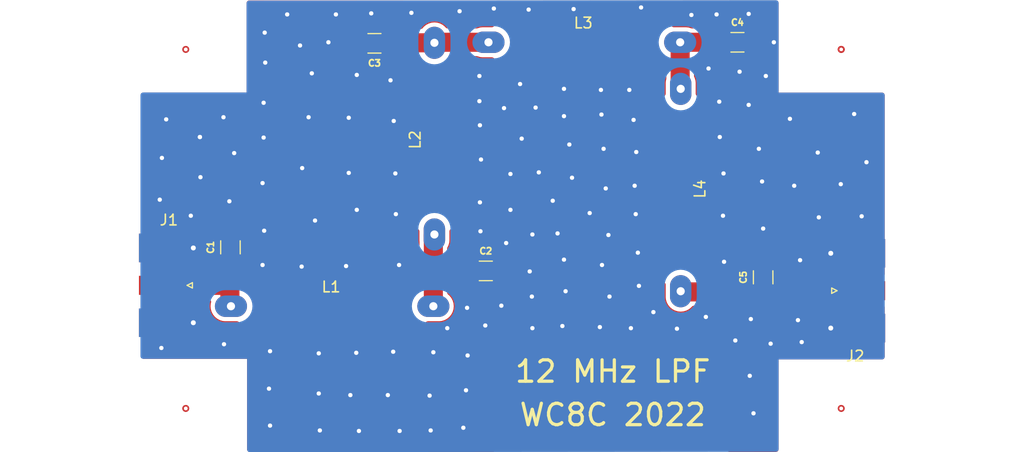
<source format=kicad_pcb>
(kicad_pcb (version 20171130) (host pcbnew "(5.1.12)-1")

  (general
    (thickness 1.6)
    (drawings 9)
    (tracks 171)
    (zones 0)
    (modules 11)
    (nets 7)
  )

  (page A4)
  (layers
    (0 F.Cu signal)
    (31 B.Cu signal)
    (32 B.Adhes user)
    (33 F.Adhes user)
    (34 B.Paste user)
    (35 F.Paste user)
    (36 B.SilkS user)
    (37 F.SilkS user)
    (38 B.Mask user)
    (39 F.Mask user)
    (40 Dwgs.User user)
    (41 Cmts.User user)
    (42 Eco1.User user)
    (43 Eco2.User user)
    (44 Edge.Cuts user)
    (45 Margin user)
    (46 B.CrtYd user)
    (47 F.CrtYd user)
    (48 B.Fab user)
    (49 F.Fab user)
  )

  (setup
    (last_trace_width 0.25)
    (user_trace_width 1)
    (user_trace_width 1.78)
    (trace_clearance 0.2)
    (zone_clearance 0.4)
    (zone_45_only no)
    (trace_min 0.2)
    (via_size 0.8)
    (via_drill 0.4)
    (via_min_size 0.4)
    (via_min_drill 0.3)
    (user_via 2 0.5)
    (uvia_size 0.3)
    (uvia_drill 0.1)
    (uvias_allowed no)
    (uvia_min_size 0.2)
    (uvia_min_drill 0.1)
    (edge_width 0.05)
    (segment_width 0.2)
    (pcb_text_width 0.3)
    (pcb_text_size 1.5 1.5)
    (mod_edge_width 0.12)
    (mod_text_size 1 1)
    (mod_text_width 0.15)
    (pad_size 0.89 0.46)
    (pad_drill 0)
    (pad_to_mask_clearance 0)
    (aux_axis_origin 0 0)
    (visible_elements 7FFFFFFF)
    (pcbplotparams
      (layerselection 0x010fc_ffffffff)
      (usegerberextensions false)
      (usegerberattributes true)
      (usegerberadvancedattributes true)
      (creategerberjobfile true)
      (excludeedgelayer true)
      (linewidth 0.100000)
      (plotframeref false)
      (viasonmask false)
      (mode 1)
      (useauxorigin false)
      (hpglpennumber 1)
      (hpglpenspeed 20)
      (hpglpendiameter 15.000000)
      (psnegative false)
      (psa4output false)
      (plotreference true)
      (plotvalue true)
      (plotinvisibletext false)
      (padsonsilk false)
      (subtractmaskfromsilk false)
      (outputformat 1)
      (mirror false)
      (drillshape 1)
      (scaleselection 1)
      (outputdirectory ""))
  )

  (net 0 "")
  (net 1 GNDREF)
  (net 2 "Net-(C1-Pad1)")
  (net 3 "Net-(C2-Pad1)")
  (net 4 "Net-(C3-Pad1)")
  (net 5 "Net-(C4-Pad1)")
  (net 6 "Net-(C5-Pad1)")

  (net_class Default "This is the default net class."
    (clearance 0.2)
    (trace_width 0.25)
    (via_dia 0.8)
    (via_drill 0.4)
    (uvia_dia 0.3)
    (uvia_drill 0.1)
    (add_net GNDREF)
    (add_net "Net-(C1-Pad1)")
    (add_net "Net-(C2-Pad1)")
    (add_net "Net-(C3-Pad1)")
    (add_net "Net-(C4-Pad1)")
    (add_net "Net-(C5-Pad1)")
  )

  (module WC8C:18.9mm_Inductor (layer F.Cu) (tedit 61D3247D) (tstamp 601E92A0)
    (at 110.7 90.45)
    (path /6023585A)
    (fp_text reference L1 (at -0.1 -6.8) (layer F.SilkS)
      (effects (font (size 1 1) (thickness 0.15)))
    )
    (fp_text value 909n (at 0.6 -3) (layer F.Fab)
      (effects (font (size 1 1) (thickness 0.15)))
    )
    (pad 2 thru_hole oval (at 9.45 -5) (size 3 2) (drill 0.762) (layers *.Cu *.Mask)
      (net 3 "Net-(C2-Pad1)"))
    (pad 1 thru_hole oval (at -9.45 -5) (size 3 2) (drill 0.762) (layers *.Cu *.Mask)
      (net 2 "Net-(C1-Pad1)"))
  )

  (module WC8C:17.9mm_Inductor (layer F.Cu) (tedit 61D3245C) (tstamp 61D382D8)
    (at 125.25 69.8 90)
    (path /61D37D73)
    (fp_text reference L2 (at -0.1 -6.8 90) (layer F.SilkS)
      (effects (font (size 1 1) (thickness 0.15)))
    )
    (fp_text value 1050n (at 0.6 -3 90) (layer F.Fab)
      (effects (font (size 1 1) (thickness 0.15)))
    )
    (pad 2 thru_hole oval (at 8.95 -5 90) (size 3 2) (drill 0.762) (layers *.Cu *.Mask)
      (net 4 "Net-(C3-Pad1)"))
    (pad 1 thru_hole oval (at -8.95 -5 90) (size 3 2) (drill 0.762) (layers *.Cu *.Mask)
      (net 3 "Net-(C2-Pad1)"))
  )

  (module WC8C:17.9mm_Inductor (layer F.Cu) (tedit 61D3245C) (tstamp 61D37DA5)
    (at 134.25 65.8)
    (path /61D387A0)
    (fp_text reference L3 (at -0.1 -6.8) (layer F.SilkS)
      (effects (font (size 1 1) (thickness 0.15)))
    )
    (fp_text value 1050n (at 0.6 -3) (layer F.Fab)
      (effects (font (size 1 1) (thickness 0.15)))
    )
    (pad 2 thru_hole oval (at 8.95 -5) (size 3 2) (drill 0.762) (layers *.Cu *.Mask)
      (net 5 "Net-(C4-Pad1)"))
    (pad 1 thru_hole oval (at -8.95 -5) (size 3 2) (drill 0.762) (layers *.Cu *.Mask)
      (net 4 "Net-(C3-Pad1)"))
  )

  (module WC8C:18.9mm_Inductor (layer F.Cu) (tedit 61D3247D) (tstamp 61D37DAB)
    (at 138.25 74.6 270)
    (path /61D3908D)
    (fp_text reference L4 (at -0.1 -6.8 90) (layer F.SilkS)
      (effects (font (size 1 1) (thickness 0.15)))
    )
    (fp_text value 909n (at 0.6 -3 90) (layer F.Fab)
      (effects (font (size 1 1) (thickness 0.15)))
    )
    (pad 2 thru_hole oval (at 9.45 -5 270) (size 3 2) (drill 0.762) (layers *.Cu *.Mask)
      (net 6 "Net-(C5-Pad1)"))
    (pad 1 thru_hole oval (at -9.45 -5 270) (size 3 2) (drill 0.762) (layers *.Cu *.Mask)
      (net 5 "Net-(C4-Pad1)"))
  )

  (module WC8C:SMD_Combo_1206_0805 (layer F.Cu) (tedit 61AB688E) (tstamp 61D37CDC)
    (at 150.95 82.75 90)
    (descr "Capacitor SMD 1206 (3216 Metric), square (rectangular) end terminal, IPC_7351 nominal with elongated pad for handsoldering. (Body size source: IPC-SM-782 page 76, https://www.pcb-3d.com/wordpress/wp-content/uploads/ipc-sm-782a_amendment_1_and_2.pdf), generated with kicad-footprint-generator")
    (tags "capacitor handsolder")
    (path /61D3973F)
    (attr smd)
    (fp_text reference C5 (at 0 -1.85 90) (layer F.SilkS)
      (effects (font (size 0.6 0.6) (thickness 0.15)))
    )
    (fp_text value 300p (at 0 1.85 90) (layer F.Fab)
      (effects (font (size 0.6 0.6) (thickness 0.15)))
    )
    (fp_line (start 2.48 1.15) (end -2.48 1.15) (layer F.CrtYd) (width 0.05))
    (fp_line (start 2.48 -1.15) (end 2.48 1.15) (layer F.CrtYd) (width 0.05))
    (fp_line (start -2.48 -1.15) (end 2.48 -1.15) (layer F.CrtYd) (width 0.05))
    (fp_line (start -2.48 1.15) (end -2.48 -1.15) (layer F.CrtYd) (width 0.05))
    (fp_line (start -0.6096 0.9144) (end 0.6096 0.91) (layer F.SilkS) (width 0.12))
    (fp_line (start -0.6096 -0.91) (end 0.6096 -0.91) (layer F.SilkS) (width 0.12))
    (fp_line (start 1.6 0.8) (end -1.6 0.8) (layer F.Fab) (width 0.1))
    (fp_line (start 1.6 -0.8) (end 1.6 0.8) (layer F.Fab) (width 0.1))
    (fp_line (start -1.6 -0.8) (end 1.6 -0.8) (layer F.Fab) (width 0.1))
    (fp_line (start -1.6 0.8) (end -1.6 -0.8) (layer F.Fab) (width 0.1))
    (fp_text user %R (at 0 0 90) (layer F.Fab)
      (effects (font (size 0.4 0.4) (thickness 0.1)))
    )
    (pad 1 smd roundrect (at -1.3625 0 90) (size 1.725 1.8) (layers F.Cu F.Paste F.Mask) (roundrect_rratio 0.189)
      (net 6 "Net-(C5-Pad1)"))
    (pad 2 smd roundrect (at 1.3625 0 90) (size 1.725 1.8) (layers F.Cu F.Paste F.Mask) (roundrect_rratio 0.189)
      (net 1 GNDREF))
    (model ${KISYS3DMOD}/Capacitor_SMD.3dshapes/C_1206_3216Metric.wrl
      (at (xyz 0 0 0))
      (scale (xyz 1 1 1))
      (rotate (xyz 0 0 0))
    )
  )

  (module WC8C:SMD_Combo_1206_0805 (layer F.Cu) (tedit 61AB688E) (tstamp 61D37CCB)
    (at 148.55 60.8)
    (descr "Capacitor SMD 1206 (3216 Metric), square (rectangular) end terminal, IPC_7351 nominal with elongated pad for handsoldering. (Body size source: IPC-SM-782 page 76, https://www.pcb-3d.com/wordpress/wp-content/uploads/ipc-sm-782a_amendment_1_and_2.pdf), generated with kicad-footprint-generator")
    (tags "capacitor handsolder")
    (path /61D38BD6)
    (attr smd)
    (fp_text reference C4 (at 0 -1.85) (layer F.SilkS)
      (effects (font (size 0.6 0.6) (thickness 0.15)))
    )
    (fp_text value 544p7 (at 0 1.85) (layer F.Fab)
      (effects (font (size 0.6 0.6) (thickness 0.15)))
    )
    (fp_line (start 2.48 1.15) (end -2.48 1.15) (layer F.CrtYd) (width 0.05))
    (fp_line (start 2.48 -1.15) (end 2.48 1.15) (layer F.CrtYd) (width 0.05))
    (fp_line (start -2.48 -1.15) (end 2.48 -1.15) (layer F.CrtYd) (width 0.05))
    (fp_line (start -2.48 1.15) (end -2.48 -1.15) (layer F.CrtYd) (width 0.05))
    (fp_line (start -0.6096 0.9144) (end 0.6096 0.91) (layer F.SilkS) (width 0.12))
    (fp_line (start -0.6096 -0.91) (end 0.6096 -0.91) (layer F.SilkS) (width 0.12))
    (fp_line (start 1.6 0.8) (end -1.6 0.8) (layer F.Fab) (width 0.1))
    (fp_line (start 1.6 -0.8) (end 1.6 0.8) (layer F.Fab) (width 0.1))
    (fp_line (start -1.6 -0.8) (end 1.6 -0.8) (layer F.Fab) (width 0.1))
    (fp_line (start -1.6 0.8) (end -1.6 -0.8) (layer F.Fab) (width 0.1))
    (fp_text user %R (at -0.06 0.85) (layer F.Fab)
      (effects (font (size 0.4 0.4) (thickness 0.1)))
    )
    (pad 1 smd roundrect (at -1.3625 0) (size 1.725 1.8) (layers F.Cu F.Paste F.Mask) (roundrect_rratio 0.189)
      (net 5 "Net-(C4-Pad1)"))
    (pad 2 smd roundrect (at 1.3625 0) (size 1.725 1.8) (layers F.Cu F.Paste F.Mask) (roundrect_rratio 0.189)
      (net 1 GNDREF))
    (model ${KISYS3DMOD}/Capacitor_SMD.3dshapes/C_1206_3216Metric.wrl
      (at (xyz 0 0 0))
      (scale (xyz 1 1 1))
      (rotate (xyz 0 0 0))
    )
  )

  (module WC8C:SMD_Combo_1206_0805 (layer F.Cu) (tedit 61AB688E) (tstamp 61D37CBA)
    (at 114.65 60.9 180)
    (descr "Capacitor SMD 1206 (3216 Metric), square (rectangular) end terminal, IPC_7351 nominal with elongated pad for handsoldering. (Body size source: IPC-SM-782 page 76, https://www.pcb-3d.com/wordpress/wp-content/uploads/ipc-sm-782a_amendment_1_and_2.pdf), generated with kicad-footprint-generator")
    (tags "capacitor handsolder")
    (path /61D3821D)
    (attr smd)
    (fp_text reference C3 (at 0 -1.85) (layer F.SilkS)
      (effects (font (size 0.6 0.6) (thickness 0.15)))
    )
    (fp_text value 560p (at 0 1.85) (layer F.Fab)
      (effects (font (size 0.6 0.6) (thickness 0.15)))
    )
    (fp_line (start 2.48 1.15) (end -2.48 1.15) (layer F.CrtYd) (width 0.05))
    (fp_line (start 2.48 -1.15) (end 2.48 1.15) (layer F.CrtYd) (width 0.05))
    (fp_line (start -2.48 -1.15) (end 2.48 -1.15) (layer F.CrtYd) (width 0.05))
    (fp_line (start -2.48 1.15) (end -2.48 -1.15) (layer F.CrtYd) (width 0.05))
    (fp_line (start -0.6096 0.9144) (end 0.6096 0.91) (layer F.SilkS) (width 0.12))
    (fp_line (start -0.6096 -0.91) (end 0.6096 -0.91) (layer F.SilkS) (width 0.12))
    (fp_line (start 1.6 0.8) (end -1.6 0.8) (layer F.Fab) (width 0.1))
    (fp_line (start 1.6 -0.8) (end 1.6 0.8) (layer F.Fab) (width 0.1))
    (fp_line (start -1.6 -0.8) (end 1.6 -0.8) (layer F.Fab) (width 0.1))
    (fp_line (start -1.6 0.8) (end -1.6 -0.8) (layer F.Fab) (width 0.1))
    (fp_text user %R (at 0.2 1.34) (layer F.Fab)
      (effects (font (size 0.4 0.4) (thickness 0.1)))
    )
    (pad 1 smd roundrect (at -1.3625 0 180) (size 1.725 1.8) (layers F.Cu F.Paste F.Mask) (roundrect_rratio 0.189)
      (net 4 "Net-(C3-Pad1)"))
    (pad 2 smd roundrect (at 1.3625 0 180) (size 1.725 1.8) (layers F.Cu F.Paste F.Mask) (roundrect_rratio 0.189)
      (net 1 GNDREF))
    (model ${KISYS3DMOD}/Capacitor_SMD.3dshapes/C_1206_3216Metric.wrl
      (at (xyz 0 0 0))
      (scale (xyz 1 1 1))
      (rotate (xyz 0 0 0))
    )
  )

  (module WC8C:SMD_Combo_1206_0805 (layer F.Cu) (tedit 61AB688E) (tstamp 61D37CA9)
    (at 125.05 82.15)
    (descr "Capacitor SMD 1206 (3216 Metric), square (rectangular) end terminal, IPC_7351 nominal with elongated pad for handsoldering. (Body size source: IPC-SM-782 page 76, https://www.pcb-3d.com/wordpress/wp-content/uploads/ipc-sm-782a_amendment_1_and_2.pdf), generated with kicad-footprint-generator")
    (tags "capacitor handsolder")
    (path /61D37980)
    (attr smd)
    (fp_text reference C2 (at 0 -1.85) (layer F.SilkS)
      (effects (font (size 0.6 0.6) (thickness 0.15)))
    )
    (fp_text value 544p7 (at 0 1.85) (layer F.Fab)
      (effects (font (size 0.6 0.6) (thickness 0.15)))
    )
    (fp_line (start 2.48 1.15) (end -2.48 1.15) (layer F.CrtYd) (width 0.05))
    (fp_line (start 2.48 -1.15) (end 2.48 1.15) (layer F.CrtYd) (width 0.05))
    (fp_line (start -2.48 -1.15) (end 2.48 -1.15) (layer F.CrtYd) (width 0.05))
    (fp_line (start -2.48 1.15) (end -2.48 -1.15) (layer F.CrtYd) (width 0.05))
    (fp_line (start -0.6096 0.9144) (end 0.6096 0.91) (layer F.SilkS) (width 0.12))
    (fp_line (start -0.6096 -0.91) (end 0.6096 -0.91) (layer F.SilkS) (width 0.12))
    (fp_line (start 1.6 0.8) (end -1.6 0.8) (layer F.Fab) (width 0.1))
    (fp_line (start 1.6 -0.8) (end 1.6 0.8) (layer F.Fab) (width 0.1))
    (fp_line (start -1.6 -0.8) (end 1.6 -0.8) (layer F.Fab) (width 0.1))
    (fp_line (start -1.6 0.8) (end -1.6 -0.8) (layer F.Fab) (width 0.1))
    (fp_text user %R (at 0 0) (layer F.Fab)
      (effects (font (size 0.4 0.4) (thickness 0.1)))
    )
    (pad 1 smd roundrect (at -1.3625 0) (size 1.725 1.8) (layers F.Cu F.Paste F.Mask) (roundrect_rratio 0.189)
      (net 3 "Net-(C2-Pad1)"))
    (pad 2 smd roundrect (at 1.3625 0) (size 1.725 1.8) (layers F.Cu F.Paste F.Mask) (roundrect_rratio 0.189)
      (net 1 GNDREF))
    (model ${KISYS3DMOD}/Capacitor_SMD.3dshapes/C_1206_3216Metric.wrl
      (at (xyz 0 0 0))
      (scale (xyz 1 1 1))
      (rotate (xyz 0 0 0))
    )
  )

  (module WC8C:SMD_Combo_1206_0805 (layer F.Cu) (tedit 61AB688E) (tstamp 601E920F)
    (at 101.2 79.95 90)
    (descr "Capacitor SMD 1206 (3216 Metric), square (rectangular) end terminal, IPC_7351 nominal with elongated pad for handsoldering. (Body size source: IPC-SM-782 page 76, https://www.pcb-3d.com/wordpress/wp-content/uploads/ipc-sm-782a_amendment_1_and_2.pdf), generated with kicad-footprint-generator")
    (tags "capacitor handsolder")
    (path /60235019)
    (attr smd)
    (fp_text reference C1 (at 0 -1.85 90) (layer F.SilkS)
      (effects (font (size 0.6 0.6) (thickness 0.15)))
    )
    (fp_text value 300p (at 0 1.85 90) (layer F.Fab)
      (effects (font (size 0.6 0.6) (thickness 0.15)))
    )
    (fp_line (start -1.6 0.8) (end -1.6 -0.8) (layer F.Fab) (width 0.1))
    (fp_line (start -1.6 -0.8) (end 1.6 -0.8) (layer F.Fab) (width 0.1))
    (fp_line (start 1.6 -0.8) (end 1.6 0.8) (layer F.Fab) (width 0.1))
    (fp_line (start 1.6 0.8) (end -1.6 0.8) (layer F.Fab) (width 0.1))
    (fp_line (start -0.6096 -0.91) (end 0.6096 -0.91) (layer F.SilkS) (width 0.12))
    (fp_line (start -0.6096 0.9144) (end 0.6096 0.91) (layer F.SilkS) (width 0.12))
    (fp_line (start -2.48 1.15) (end -2.48 -1.15) (layer F.CrtYd) (width 0.05))
    (fp_line (start -2.48 -1.15) (end 2.48 -1.15) (layer F.CrtYd) (width 0.05))
    (fp_line (start 2.48 -1.15) (end 2.48 1.15) (layer F.CrtYd) (width 0.05))
    (fp_line (start 2.48 1.15) (end -2.48 1.15) (layer F.CrtYd) (width 0.05))
    (fp_text user %R (at 0 0 90) (layer F.Fab)
      (effects (font (size 0.4 0.4) (thickness 0.1)))
    )
    (pad 1 smd roundrect (at -1.3625 0 90) (size 1.725 1.8) (layers F.Cu F.Paste F.Mask) (roundrect_rratio 0.189)
      (net 2 "Net-(C1-Pad1)"))
    (pad 2 smd roundrect (at 1.3625 0 90) (size 1.725 1.8) (layers F.Cu F.Paste F.Mask) (roundrect_rratio 0.189)
      (net 1 GNDREF))
    (model ${KISYS3DMOD}/Capacitor_SMD.3dshapes/C_1206_3216Metric.wrl
      (at (xyz 0 0 0))
      (scale (xyz 1 1 1))
      (rotate (xyz 0 0 0))
    )
  )

  (module Connector_Coaxial:SMA_Molex_73251-2120_EdgeMount_Horizontal (layer F.Cu) (tedit 61D323F6) (tstamp 601E9289)
    (at 160.25 84)
    (descr "Molex SMA RF Connector, Edge Mount, (http://www.molex.com/pdm_docs/sd/732512120_sd.pdf)")
    (tags "sma edge")
    (path /60237382)
    (attr smd)
    (fp_text reference J2 (at -0.705 6.1) (layer F.SilkS)
      (effects (font (size 1 1) (thickness 0.15)))
    )
    (fp_text value SMA (at -0.1 -6.2) (layer F.Fab)
      (effects (font (size 1 1) (thickness 0.15)))
    )
    (fp_line (start 3.115 3.175) (end -1.715 3.175) (layer F.Fab) (width 0.1))
    (fp_line (start 3.115 -3.175) (end 3.115 3.175) (layer F.Fab) (width 0.1))
    (fp_line (start -1.715 -3.175) (end 3.115 -3.175) (layer F.Fab) (width 0.1))
    (fp_line (start 2.095 -2.155) (end 2.095 2.155) (layer F.Fab) (width 0.1))
    (fp_line (start 14.545 2.64) (end 3.115 2.64) (layer F.Fab) (width 0.1))
    (fp_line (start 14.545 -2.64) (end 14.545 2.64) (layer F.Fab) (width 0.1))
    (fp_line (start 14.545 -2.64) (end 3.115 -2.64) (layer F.Fab) (width 0.1))
    (fp_line (start 2.095 2.155) (end -1.715 2.155) (layer F.Fab) (width 0.1))
    (fp_line (start 2.095 -2.155) (end -1.715 -2.155) (layer F.Fab) (width 0.1))
    (fp_line (start -3.975 -5.33) (end 15.045 -5.33) (layer F.CrtYd) (width 0.05))
    (fp_line (start -3.975 -5.33) (end -3.975 5.33) (layer F.CrtYd) (width 0.05))
    (fp_line (start 15.045 5.33) (end -3.975 5.33) (layer F.CrtYd) (width 0.05))
    (fp_line (start 15.045 -5.33) (end 15.045 5.33) (layer F.CrtYd) (width 0.05))
    (fp_line (start -1.715 -3.175) (end -1.715 -2.155) (layer F.Fab) (width 0.1))
    (fp_line (start -1.715 -0.635) (end -1.715 0.635) (layer F.Fab) (width 0.1))
    (fp_line (start 2.095 0.635) (end -1.715 0.635) (layer F.Fab) (width 0.1))
    (fp_line (start 2.095 -0.635) (end -1.715 -0.635) (layer F.Fab) (width 0.1))
    (fp_line (start -2.4 0) (end -2.9 -0.25) (layer F.SilkS) (width 0.12))
    (fp_line (start -2.9 -0.25) (end -2.9 0.25) (layer F.SilkS) (width 0.12))
    (fp_line (start -2.9 0.25) (end -2.4 0) (layer F.SilkS) (width 0.12))
    (fp_line (start -2.9 -0.25) (end -2.4 0) (layer F.Fab) (width 0.1))
    (fp_line (start -2.4 0) (end -2.9 0.25) (layer F.Fab) (width 0.1))
    (fp_line (start -2.9 0.25) (end -2.9 -0.25) (layer F.Fab) (width 0.1))
    (fp_line (start -1.715 3.175) (end -1.715 2.155) (layer F.Fab) (width 0.1))
    (fp_line (start -3.975 -5.33) (end -3.975 5.33) (layer B.CrtYd) (width 0.05))
    (fp_line (start 15.045 5.33) (end -3.975 5.33) (layer B.CrtYd) (width 0.05))
    (fp_line (start 15.045 -5.33) (end 15.045 5.33) (layer B.CrtYd) (width 0.05))
    (fp_line (start -3.975 -5.33) (end 15.045 -5.33) (layer B.CrtYd) (width 0.05))
    (fp_line (start 2.095 -0.635) (end 2.9 0) (layer F.Fab) (width 0.1))
    (fp_line (start 2.9 0) (end 2.095 0.635) (layer F.Fab) (width 0.1))
    (fp_text user "PCB Edge" (at 2.155 0 270) (layer Dwgs.User)
      (effects (font (size 0.5 0.5) (thickness 0.08)))
    )
    (fp_text user %R (at 9.095 0) (layer F.Fab)
      (effects (font (size 1 1) (thickness 0.15)))
    )
    (pad 2 smd rect (at -2.54 3.4925) (size 0.89 0.46) (layers B.Cu)
      (net 1 GNDREF) (zone_connect 2))
    (pad 2 thru_hole circle (at -2.985 3.4925) (size 0.97 0.97) (drill 0.46) (layers *.Cu)
      (net 1 GNDREF) (zone_connect 2))
    (pad 2 smd rect (at -2.54 3.4925) (size 0.89 0.46) (layers F.Cu)
      (net 1 GNDREF))
    (pad 2 smd rect (at 0 -3.4925) (size 4.19 2.665) (layers B.Cu B.Paste B.Mask)
      (net 1 GNDREF) (zone_connect 2))
    (pad 2 smd rect (at 0 -3.4925) (size 4.19 2.665) (layers F.Cu F.Paste F.Mask)
      (net 1 GNDREF) (zone_connect 2))
    (pad 2 smd rect (at 0 3.4925) (size 4.19 2.665) (layers B.Cu B.Paste B.Mask)
      (net 1 GNDREF) (zone_connect 2))
    (pad 1 smd rect (at 0 0) (size 4.19 1.78) (layers F.Cu F.Paste F.Mask)
      (net 6 "Net-(C5-Pad1)"))
    (pad 2 smd rect (at 0 3.4925) (size 4.19 2.665) (layers F.Cu F.Paste F.Mask)
      (net 1 GNDREF) (zone_connect 2))
    (pad 2 thru_hole circle (at -2.985 -3.4925) (size 0.97 0.97) (drill 0.46) (layers *.Cu)
      (net 1 GNDREF) (zone_connect 2))
    (pad 2 smd rect (at -2.54 -3.4925) (size 0.89 0.46) (layers F.Cu)
      (net 1 GNDREF))
    (pad 2 smd rect (at -2.54 -3.4925) (size 0.89 0.46) (layers B.Cu)
      (net 1 GNDREF) (zone_connect 2))
    (model ${KISYS3DMOD}/Connector_Coaxial.3dshapes/SMA_Molex_73251-2120_EdgeMount_Horizontal.wrl
      (at (xyz 0 0 0))
      (scale (xyz 1 1 1))
      (rotate (xyz 0 0 0))
    )
  )

  (module Connector_Coaxial:SMA_Molex_73251-2120_EdgeMount_Horizontal (layer F.Cu) (tedit 61D32256) (tstamp 61D38D8E)
    (at 94.75 83.5 180)
    (descr "Molex SMA RF Connector, Edge Mount, (http://www.molex.com/pdm_docs/sd/732512120_sd.pdf)")
    (tags "sma edge")
    (path /60233EEE)
    (attr smd)
    (fp_text reference J1 (at -0.705 6.1) (layer F.SilkS)
      (effects (font (size 1 1) (thickness 0.15)))
    )
    (fp_text value SMA (at -0.1 -6.2) (layer F.Fab)
      (effects (font (size 1 1) (thickness 0.15)))
    )
    (fp_line (start 3.115 3.175) (end -1.715 3.175) (layer F.Fab) (width 0.1))
    (fp_line (start 3.115 -3.175) (end 3.115 3.175) (layer F.Fab) (width 0.1))
    (fp_line (start -1.715 -3.175) (end 3.115 -3.175) (layer F.Fab) (width 0.1))
    (fp_line (start 2.095 -2.155) (end 2.095 2.155) (layer F.Fab) (width 0.1))
    (fp_line (start 14.545 2.64) (end 3.115 2.64) (layer F.Fab) (width 0.1))
    (fp_line (start 14.545 -2.64) (end 14.545 2.64) (layer F.Fab) (width 0.1))
    (fp_line (start 14.545 -2.64) (end 3.115 -2.64) (layer F.Fab) (width 0.1))
    (fp_line (start 2.095 2.155) (end -1.715 2.155) (layer F.Fab) (width 0.1))
    (fp_line (start 2.095 -2.155) (end -1.715 -2.155) (layer F.Fab) (width 0.1))
    (fp_line (start -3.975 -5.33) (end 15.045 -5.33) (layer F.CrtYd) (width 0.05))
    (fp_line (start -3.975 -5.33) (end -3.975 5.33) (layer F.CrtYd) (width 0.05))
    (fp_line (start 15.045 5.33) (end -3.975 5.33) (layer F.CrtYd) (width 0.05))
    (fp_line (start 15.045 -5.33) (end 15.045 5.33) (layer F.CrtYd) (width 0.05))
    (fp_line (start -1.715 -3.175) (end -1.715 -2.155) (layer F.Fab) (width 0.1))
    (fp_line (start -1.715 -0.635) (end -1.715 0.635) (layer F.Fab) (width 0.1))
    (fp_line (start 2.095 0.635) (end -1.715 0.635) (layer F.Fab) (width 0.1))
    (fp_line (start 2.095 -0.635) (end -1.715 -0.635) (layer F.Fab) (width 0.1))
    (fp_line (start -2.4 0) (end -2.9 -0.25) (layer F.SilkS) (width 0.12))
    (fp_line (start -2.9 -0.25) (end -2.9 0.25) (layer F.SilkS) (width 0.12))
    (fp_line (start -2.9 0.25) (end -2.4 0) (layer F.SilkS) (width 0.12))
    (fp_line (start -2.9 -0.25) (end -2.4 0) (layer F.Fab) (width 0.1))
    (fp_line (start -2.4 0) (end -2.9 0.25) (layer F.Fab) (width 0.1))
    (fp_line (start -2.9 0.25) (end -2.9 -0.25) (layer F.Fab) (width 0.1))
    (fp_line (start -1.715 3.175) (end -1.715 2.155) (layer F.Fab) (width 0.1))
    (fp_line (start -3.975 -5.33) (end -3.975 5.33) (layer B.CrtYd) (width 0.05))
    (fp_line (start 15.045 5.33) (end -3.975 5.33) (layer B.CrtYd) (width 0.05))
    (fp_line (start 15.045 -5.33) (end 15.045 5.33) (layer B.CrtYd) (width 0.05))
    (fp_line (start -3.975 -5.33) (end 15.045 -5.33) (layer B.CrtYd) (width 0.05))
    (fp_line (start 2.095 -0.635) (end 2.9 0) (layer F.Fab) (width 0.1))
    (fp_line (start 2.9 0) (end 2.095 0.635) (layer F.Fab) (width 0.1))
    (fp_text user "PCB Edge" (at 2.155 0 270) (layer Dwgs.User)
      (effects (font (size 0.5 0.5) (thickness 0.08)))
    )
    (fp_text user %R (at 9.095 0) (layer F.Fab)
      (effects (font (size 1 1) (thickness 0.15)))
    )
    (pad 2 smd rect (at -2.54 3.4925 180) (size 0.89 0.46) (layers B.Cu)
      (net 1 GNDREF) (zone_connect 2))
    (pad 2 thru_hole circle (at -2.985 3.4925 180) (size 0.97 0.97) (drill 0.46) (layers *.Cu)
      (net 1 GNDREF) (zone_connect 2))
    (pad 2 smd rect (at -2.54 3.4925 180) (size 0.89 0.46) (layers F.Cu)
      (net 1 GNDREF))
    (pad 2 smd rect (at 0 -3.4925 180) (size 4.19 2.665) (layers B.Cu B.Paste B.Mask)
      (net 1 GNDREF) (zone_connect 2))
    (pad 2 smd rect (at 0 -3.4925 180) (size 4.19 2.665) (layers F.Cu F.Paste F.Mask)
      (net 1 GNDREF) (zone_connect 2))
    (pad 2 smd rect (at 0 3.4925 180) (size 4.19 2.665) (layers B.Cu B.Paste B.Mask)
      (net 1 GNDREF) (zone_connect 2))
    (pad 1 smd rect (at 0 0 180) (size 4.19 1.78) (layers F.Cu F.Paste F.Mask)
      (net 2 "Net-(C1-Pad1)"))
    (pad 2 smd rect (at 0 3.4925 180) (size 4.19 2.665) (layers F.Cu F.Paste F.Mask)
      (net 1 GNDREF) (zone_connect 2))
    (pad 2 thru_hole circle (at -2.985 -3.4925 180) (size 0.97 0.97) (drill 0.46) (layers *.Cu)
      (net 1 GNDREF) (zone_connect 2))
    (pad 2 smd rect (at -2.54 -3.4925 180) (size 0.89 0.46) (layers F.Cu)
      (net 1 GNDREF))
    (pad 2 smd rect (at -2.54 -3.4925 180) (size 0.89 0.46) (layers B.Cu)
      (net 1 GNDREF) (zone_connect 2))
    (model ${KISYS3DMOD}/Connector_Coaxial.3dshapes/SMA_Molex_73251-2120_EdgeMount_Horizontal.wrl
      (at (xyz 0 0 0))
      (scale (xyz 1 1 1))
      (rotate (xyz 0 0 0))
    )
  )

  (gr_text "WC8C 2022 " (at 137.67 95.6) (layer F.SilkS) (tstamp 61D38E1C)
    (effects (font (size 2 2) (thickness 0.3)))
  )
  (gr_text "12 MHz LPF" (at 136.908 91.544) (layer F.SilkS) (tstamp 61D38E19)
    (effects (font (size 2 2) (thickness 0.3)))
  )
  (gr_text "12 MHz LPF" (at 136.908 91.544) (layer F.Cu) (tstamp 601F1B1B)
    (effects (font (size 2 2) (thickness 0.3)))
  )
  (gr_circle (center 158.242 61.468) (end 158.496 61.468) (layer F.Cu) (width 0.15) (tstamp 601F1AE4))
  (gr_circle (center 158.242 94.996) (end 158.496 94.996) (layer F.Cu) (width 0.15) (tstamp 601F1AD9))
  (gr_circle (center 97.028 94.996) (end 97.282 94.996) (layer F.Cu) (width 0.15) (tstamp 601F1AD7))
  (gr_circle (center 97.028 61.468) (end 97.282 61.468) (layer F.Cu) (width 0.15) (tstamp 601F1AD5))
  (gr_circle (center 158.242 61.468) (end 158.496 61.468) (layer F.Cu) (width 0.15))
  (gr_text "WC8C 2022 " (at 137.67 95.608) (layer F.Cu)
    (effects (font (size 2 2) (thickness 0.3)))
  )

  (segment (start 157.265 87.4925) (end 160.25 87.4925) (width 1.78) (layer F.Cu) (net 1))
  (segment (start 157.265 80.5075) (end 160.25 80.5075) (width 1.78) (layer F.Cu) (net 1))
  (segment (start 94.75 80.0075) (end 97.735 80.0075) (width 1.78) (layer F.Cu) (net 1))
  (segment (start 94.75 86.9925) (end 97.735 86.9925) (width 1.78) (layer F.Cu) (net 1))
  (via (at 144.25 58.25) (size 0.8) (drill 0.4) (layers F.Cu B.Cu) (net 1) (tstamp 61D3981D))
  (via (at 146.6 58.2) (size 0.8) (drill 0.4) (layers F.Cu B.Cu) (net 1) (tstamp 61D3981F))
  (via (at 149.6 58.15) (size 0.8) (drill 0.4) (layers F.Cu B.Cu) (net 1) (tstamp 61D39821))
  (via (at 139.55 57.55) (size 0.8) (drill 0.4) (layers F.Cu B.Cu) (net 1) (tstamp 61D39823))
  (via (at 133.25 57.7) (size 0.8) (drill 0.4) (layers F.Cu B.Cu) (net 1) (tstamp 61D39825))
  (via (at 129.05 57.75) (size 0.8) (drill 0.4) (layers F.Cu B.Cu) (net 1) (tstamp 61D39827))
  (via (at 125.8 57.65) (size 0.8) (drill 0.4) (layers F.Cu B.Cu) (net 1) (tstamp 61D39829))
  (via (at 122.6 57.9) (size 0.8) (drill 0.4) (layers F.Cu B.Cu) (net 1) (tstamp 61D3982B))
  (via (at 118.1 58.05) (size 0.8) (drill 0.4) (layers F.Cu B.Cu) (net 1) (tstamp 61D3982D))
  (via (at 114.35 58.1) (size 0.8) (drill 0.4) (layers F.Cu B.Cu) (net 1) (tstamp 61D3982F))
  (via (at 111.05 58.2) (size 0.8) (drill 0.4) (layers F.Cu B.Cu) (net 1) (tstamp 61D39831))
  (via (at 100.55 67.8) (size 0.8) (drill 0.4) (layers F.Cu B.Cu) (net 1) (tstamp 61D39845))
  (via (at 95.2 68) (size 0.8) (drill 0.4) (layers F.Cu B.Cu) (net 1) (tstamp 61D39847))
  (via (at 94.8 71.6) (size 0.8) (drill 0.4) (layers F.Cu B.Cu) (net 1) (tstamp 61D39849))
  (via (at 94.6 75.5) (size 0.8) (drill 0.4) (layers F.Cu B.Cu) (net 1) (tstamp 61D3984B))
  (via (at 97.5 77) (size 0.8) (drill 0.4) (layers F.Cu B.Cu) (net 1) (tstamp 61D3984D))
  (via (at 98.4 73.4) (size 0.8) (drill 0.4) (layers F.Cu B.Cu) (net 1) (tstamp 61D3984F))
  (via (at 98.35 69.65) (size 0.8) (drill 0.4) (layers F.Cu B.Cu) (net 1) (tstamp 61D39851))
  (via (at 98.35 69.65) (size 0.8) (drill 0.4) (layers F.Cu B.Cu) (net 1) (tstamp 61D39853))
  (via (at 100.6 89) (size 0.8) (drill 0.4) (layers F.Cu B.Cu) (net 1) (tstamp 61D39879))
  (via (at 94.75 89.35) (size 0.8) (drill 0.4) (layers F.Cu B.Cu) (net 1) (tstamp 61D3987B))
  (via (at 104.9 89.65) (size 0.8) (drill 0.4) (layers F.Cu B.Cu) (net 1) (tstamp 61D3987D))
  (via (at 104.8 93.15) (size 0.8) (drill 0.4) (layers F.Cu B.Cu) (net 1) (tstamp 61D3987F))
  (via (at 104.9 96.6) (size 0.8) (drill 0.4) (layers F.Cu B.Cu) (net 1) (tstamp 61D39881))
  (via (at 109.55 97.05) (size 0.8) (drill 0.4) (layers F.Cu B.Cu) (net 1) (tstamp 61D39883))
  (via (at 122.95 96.8) (size 0.8) (drill 0.4) (layers F.Cu B.Cu) (net 1) (tstamp 61D39885))
  (via (at 123.2 93.3) (size 0.8) (drill 0.4) (layers F.Cu B.Cu) (net 1) (tstamp 61D39887))
  (via (at 123.35 90.05) (size 0.8) (drill 0.4) (layers F.Cu B.Cu) (net 1) (tstamp 61D39889))
  (via (at 109.45 89.85) (size 0.8) (drill 0.4) (layers F.Cu B.Cu) (net 1) (tstamp 61D3988B))
  (via (at 109.45 93.6) (size 0.8) (drill 0.4) (layers F.Cu B.Cu) (net 1) (tstamp 61D3988D))
  (via (at 121.45 87.5) (size 0.8) (drill 0.4) (layers F.Cu B.Cu) (net 1) (tstamp 61D3988F))
  (via (at 160.15 77.05) (size 0.8) (drill 0.4) (layers F.Cu B.Cu) (net 1) (tstamp 61D398AF))
  (via (at 156.15 77.15) (size 0.8) (drill 0.4) (layers F.Cu B.Cu) (net 1) (tstamp 61D398CA))
  (via (at 151.95 60.8) (size 0.8) (drill 0.4) (layers F.Cu B.Cu) (net 1) (tstamp 61D398D8))
  (via (at 153.85 74.2) (size 0.8) (drill 0.4) (layers F.Cu B.Cu) (net 1) (tstamp 61D398E0))
  (via (at 158.2 74.05) (size 0.8) (drill 0.4) (layers F.Cu B.Cu) (net 1) (tstamp 61D398E2))
  (via (at 160.6 72) (size 0.8) (drill 0.4) (layers F.Cu B.Cu) (net 1) (tstamp 61D398E4))
  (via (at 156.05 71.1) (size 0.8) (drill 0.4) (layers F.Cu B.Cu) (net 1) (tstamp 61D398E6))
  (via (at 159.45 67.5) (size 0.8) (drill 0.4) (layers F.Cu B.Cu) (net 1) (tstamp 61D398E8))
  (via (at 153.45 67.95) (size 0.8) (drill 0.4) (layers F.Cu B.Cu) (net 1) (tstamp 61D398EA))
  (via (at 154.4 81.15) (size 0.8) (drill 0.4) (layers F.Cu B.Cu) (net 1) (tstamp 61D398AD))
  (via (at 151.2 63.95) (size 0.8) (drill 0.4) (layers F.Cu B.Cu) (net 1) (tstamp 61D398D6))
  (via (at 150.55 70.75) (size 0.8) (drill 0.4) (layers F.Cu B.Cu) (net 1) (tstamp 61D398DC))
  (via (at 150.85 73.8) (size 0.8) (drill 0.4) (layers F.Cu B.Cu) (net 1) (tstamp 61D398DE))
  (via (at 146.9 69.65) (size 0.8) (drill 0.4) (layers F.Cu B.Cu) (net 1) (tstamp 61D398CE))
  (via (at 148.75 63.55) (size 0.8) (drill 0.4) (layers F.Cu B.Cu) (net 1) (tstamp 61D398D4))
  (via (at 149.6 66.65) (size 0.8) (drill 0.4) (layers F.Cu B.Cu) (net 1) (tstamp 61D398DA))
  (via (at 145.85 63.25) (size 0.8) (drill 0.4) (layers F.Cu B.Cu) (net 1) (tstamp 61D398D2))
  (via (at 146.85 66.35) (size 0.8) (drill 0.4) (layers F.Cu B.Cu) (net 1) (tstamp 61D398D0))
  (via (at 147.25 73.05) (size 0.8) (drill 0.4) (layers F.Cu B.Cu) (net 1) (tstamp 61D398CC))
  (via (at 147.2 77) (size 0.8) (drill 0.4) (layers F.Cu B.Cu) (net 1) (tstamp 61D398A9))
  (via (at 104.45 62.7) (size 0.8) (drill 0.4) (layers F.Cu B.Cu) (net 1) (tstamp 61D39837))
  (via (at 104.4 59.9) (size 0.8) (drill 0.4) (layers F.Cu B.Cu) (net 1) (tstamp 61D39835))
  (via (at 106.5 58.2) (size 0.8) (drill 0.4) (layers F.Cu B.Cu) (net 1) (tstamp 61D39833))
  (via (at 116.65 76.85) (size 0.8) (drill 0.4) (layers F.Cu B.Cu) (net 1) (tstamp 61D39867))
  (via (at 104.35 78.4) (size 0.8) (drill 0.4) (layers F.Cu B.Cu) (net 1) (tstamp 61D39859))
  (via (at 104.2 81.6) (size 0.8) (drill 0.4) (layers F.Cu B.Cu) (net 1) (tstamp 61D3985F))
  (via (at 104.2 73.95) (size 0.8) (drill 0.4) (layers F.Cu B.Cu) (net 1) (tstamp 61D3985B))
  (via (at 116.6 73.05) (size 0.8) (drill 0.4) (layers F.Cu B.Cu) (net 1) (tstamp 61D39869))
  (via (at 116.95 81.6) (size 0.8) (drill 0.4) (layers F.Cu B.Cu) (net 1) (tstamp 61D39865))
  (via (at 101.55 71.15) (size 0.8) (drill 0.4) (layers F.Cu B.Cu) (net 1) (tstamp 61D39857))
  (via (at 107.85 81.75) (size 0.8) (drill 0.4) (layers F.Cu B.Cu) (net 1) (tstamp 61D39861))
  (via (at 112 81.7) (size 0.8) (drill 0.4) (layers F.Cu B.Cu) (net 1) (tstamp 61D39863))
  (via (at 101.1 75.65) (size 0.8) (drill 0.4) (layers F.Cu B.Cu) (net 1) (tstamp 61D39855))
  (via (at 107.9 72.55) (size 0.8) (drill 0.4) (layers F.Cu B.Cu) (net 1) (tstamp 61D39871))
  (via (at 113 76.45) (size 0.8) (drill 0.4) (layers F.Cu B.Cu) (net 1) (tstamp 61D39875))
  (via (at 109.1 77.45) (size 0.8) (drill 0.4) (layers F.Cu B.Cu) (net 1) (tstamp 61D39877))
  (via (at 112.25 73) (size 0.8) (drill 0.4) (layers F.Cu B.Cu) (net 1) (tstamp 61D39873))
  (via (at 104.3 66.45) (size 0.8) (drill 0.4) (layers F.Cu B.Cu) (net 1) (tstamp 61D39839))
  (via (at 104.3 69.7) (size 0.8) (drill 0.4) (layers F.Cu B.Cu) (net 1) (tstamp 61D3985D))
  (via (at 108.8 63.7) (size 0.8) (drill 0.4) (layers F.Cu B.Cu) (net 1) (tstamp 61D39843))
  (via (at 108.5 67.8) (size 0.8) (drill 0.4) (layers F.Cu B.Cu) (net 1) (tstamp 61D3986F))
  (via (at 110.35 60.8) (size 0.8) (drill 0.4) (layers F.Cu B.Cu) (net 1) (tstamp 61D3983B))
  (via (at 116.15 64.35) (size 0.8) (drill 0.4) (layers F.Cu B.Cu) (net 1) (tstamp 61D3983F))
  (via (at 116.45 68.15) (size 0.8) (drill 0.4) (layers F.Cu B.Cu) (net 1) (tstamp 61D3986B))
  (via (at 112.25 67.85) (size 0.8) (drill 0.4) (layers F.Cu B.Cu) (net 1) (tstamp 61D3986D))
  (via (at 113 63.85) (size 0.8) (drill 0.4) (layers F.Cu B.Cu) (net 1) (tstamp 61D3983D))
  (via (at 107.7 61.1) (size 0.8) (drill 0.4) (layers F.Cu B.Cu) (net 1) (tstamp 61D39841))
  (via (at 124.45 63.95) (size 0.8) (drill 0.4) (layers F.Cu B.Cu) (net 1) (tstamp 61D397B5))
  (via (at 134.75 76.75) (size 0.8) (drill 0.4) (layers F.Cu B.Cu) (net 1) (tstamp 61D397F7))
  (via (at 127.35 73.1) (size 0.8) (drill 0.4) (layers F.Cu B.Cu) (net 1) (tstamp 61D397D5))
  (via (at 128.25 64.7) (size 0.8) (drill 0.4) (layers F.Cu B.Cu) (net 1) (tstamp 61D397DB))
  (via (at 127.35 76.45) (size 0.8) (drill 0.4) (layers F.Cu B.Cu) (net 1) (tstamp 61D397D3))
  (via (at 124.5 75.75) (size 0.8) (drill 0.4) (layers F.Cu B.Cu) (net 1) (tstamp 61D397BF))
  (via (at 124.45 66.3) (size 0.8) (drill 0.4) (layers F.Cu B.Cu) (net 1) (tstamp 61D397B7))
  (via (at 129.7 66.9) (size 0.8) (drill 0.4) (layers F.Cu B.Cu) (net 1) (tstamp 61D397DD))
  (via (at 124.6 71.75) (size 0.8) (drill 0.4) (layers F.Cu B.Cu) (net 1) (tstamp 61D397BD))
  (via (at 126.75 66.95) (size 0.8) (drill 0.4) (layers F.Cu B.Cu) (net 1) (tstamp 61D397D9))
  (via (at 124.5 68.55) (size 0.8) (drill 0.4) (layers F.Cu B.Cu) (net 1) (tstamp 61D397B9))
  (via (at 130 72.95) (size 0.8) (drill 0.4) (layers F.Cu B.Cu) (net 1))
  (via (at 131.3 75.6) (size 0.8) (drill 0.4) (layers F.Cu B.Cu) (net 1) (tstamp 61D397E3))
  (via (at 128.4 69.8) (size 0.8) (drill 0.4) (layers F.Cu B.Cu) (net 1) (tstamp 61D397DF))
  (via (at 132.35 67.7) (size 0.8) (drill 0.4) (layers F.Cu B.Cu) (net 1) (tstamp 61D397FD))
  (via (at 133.1 73.45) (size 0.8) (drill 0.4) (layers F.Cu B.Cu) (net 1) (tstamp 61D397F9))
  (via (at 136.05 70.75) (size 0.8) (drill 0.4) (layers F.Cu B.Cu) (net 1) (tstamp 61D3981B))
  (via (at 136.25 74.45) (size 0.8) (drill 0.4) (layers F.Cu B.Cu) (net 1) (tstamp 61D39819))
  (via (at 132.85 70.35) (size 0.8) (drill 0.4) (layers F.Cu B.Cu) (net 1) (tstamp 61D397FB))
  (via (at 138.85 68.05) (size 0.8) (drill 0.4) (layers F.Cu B.Cu) (net 1) (tstamp 61D39805))
  (via (at 138.45 65.25) (size 0.8) (drill 0.4) (layers F.Cu B.Cu) (net 1) (tstamp 61D39803))
  (via (at 132.35 65.15) (size 0.8) (drill 0.4) (layers F.Cu B.Cu) (net 1) (tstamp 61D397FF))
  (via (at 135.85 67.55) (size 0.8) (drill 0.4) (layers F.Cu B.Cu) (net 1) (tstamp 61D39807))
  (via (at 139.05 76.85) (size 0.8) (drill 0.4) (layers F.Cu B.Cu) (net 1) (tstamp 61D3980D))
  (via (at 138.95 74.2) (size 0.8) (drill 0.4) (layers F.Cu B.Cu) (net 1) (tstamp 61D3980B))
  (via (at 139.1 71.05) (size 0.8) (drill 0.4) (layers F.Cu B.Cu) (net 1) (tstamp 61D39809))
  (via (at 135.8 65.25) (size 0.8) (drill 0.4) (layers F.Cu B.Cu) (net 1) (tstamp 61D39801))
  (via (at 154.2 86.75) (size 0.8) (drill 0.4) (layers F.Cu B.Cu) (net 1) (tstamp 61D398A3))
  (via (at 154.55 88.8) (size 0.8) (drill 0.4) (layers F.Cu B.Cu) (net 1) (tstamp 61D398A5))
  (via (at 147.3 81.3) (size 0.8) (drill 0.4) (layers F.Cu B.Cu) (net 1) (tstamp 61D398A7))
  (via (at 150.95 78.2) (size 0.8) (drill 0.4) (layers F.Cu B.Cu) (net 1) (tstamp 61D398AB))
  (via (at 126.95 79.55) (size 0.8) (drill 0.4) (layers F.Cu B.Cu) (net 1) (tstamp 61D397C3))
  (via (at 135.9 81.6) (size 0.8) (drill 0.4) (layers F.Cu B.Cu) (net 1) (tstamp 61D397F3))
  (via (at 135.7 87.4) (size 0.8) (drill 0.4) (layers F.Cu B.Cu) (net 1) (tstamp 61D397EF))
  (via (at 129.4 78.75) (size 0.8) (drill 0.4) (layers F.Cu B.Cu) (net 1) (tstamp 61D397D1))
  (via (at 129.4 87.5) (size 0.8) (drill 0.4) (layers F.Cu B.Cu) (net 1) (tstamp 61D397CF))
  (via (at 124.55 78.45) (size 0.8) (drill 0.4) (layers F.Cu B.Cu) (net 1) (tstamp 61D397C1))
  (via (at 126.5 85.4) (size 0.8) (drill 0.4) (layers F.Cu B.Cu) (net 1) (tstamp 61D397C7))
  (via (at 132.2 87.3) (size 0.8) (drill 0.4) (layers F.Cu B.Cu) (net 1) (tstamp 61D397ED))
  (via (at 132.5 84.05) (size 0.8) (drill 0.4) (layers F.Cu B.Cu) (net 1) (tstamp 61D397EB))
  (via (at 132.35 81.1) (size 0.8) (drill 0.4) (layers F.Cu B.Cu) (net 1) (tstamp 61D397E9))
  (via (at 131.75 78.65) (size 0.8) (drill 0.4) (layers F.Cu B.Cu) (net 1) (tstamp 61D397E7))
  (via (at 123.3 85.6) (size 0.8) (drill 0.4) (layers F.Cu B.Cu) (net 1) (tstamp 61D397C9))
  (via (at 125 87.25) (size 0.8) (drill 0.4) (layers F.Cu B.Cu) (net 1) (tstamp 61D397CB))
  (via (at 129.35 84.55) (size 0.8) (drill 0.4) (layers F.Cu B.Cu) (net 1) (tstamp 61D397CD))
  (via (at 129.15 82.2) (size 0.8) (drill 0.4) (layers F.Cu B.Cu) (net 1) (tstamp 61D397C5))
  (via (at 136.6 84.55) (size 0.8) (drill 0.4) (layers F.Cu B.Cu) (net 1) (tstamp 61D397F1))
  (via (at 140.7 86) (size 0.8) (drill 0.4) (layers F.Cu B.Cu) (net 1) (tstamp 61D39813))
  (via (at 139.35 83.55) (size 0.8) (drill 0.4) (layers F.Cu B.Cu) (net 1) (tstamp 61D39811))
  (via (at 139.25 80.45) (size 0.8) (drill 0.4) (layers F.Cu B.Cu) (net 1) (tstamp 61D3980F))
  (via (at 136.5 78.8) (size 0.8) (drill 0.4) (layers F.Cu B.Cu) (net 1) (tstamp 61D39817))
  (via (at 145.6 86.45) (size 0.8) (drill 0.4) (layers F.Cu B.Cu) (net 1) (tstamp 61D454EB))
  (via (at 142.9 87.55) (size 0.8) (drill 0.4) (layers F.Cu B.Cu) (net 1) (tstamp 61D454ED))
  (via (at 138.6 87.5) (size 0.8) (drill 0.4) (layers F.Cu B.Cu) (net 1) (tstamp 61D454EF))
  (via (at 149.8 86.65) (size 0.8) (drill 0.4) (layers F.Cu B.Cu) (net 1) (tstamp 61D454F1))
  (via (at 148.35 88.65) (size 0.8) (drill 0.4) (layers F.Cu B.Cu) (net 1) (tstamp 61D454F5))
  (via (at 151.65 88.95) (size 0.8) (drill 0.4) (layers F.Cu B.Cu) (net 1) (tstamp 61D454F7))
  (via (at 149.7 91.95) (size 0.8) (drill 0.4) (layers F.Cu B.Cu) (net 1) (tstamp 61D454F9))
  (via (at 150.05 95.45) (size 0.8) (drill 0.4) (layers F.Cu B.Cu) (net 1) (tstamp 61D454FB))
  (via (at 112.95 89.8) (size 0.8) (drill 0.4) (layers F.Cu B.Cu) (net 1) (tstamp 61D454FD))
  (via (at 116.4 89.7) (size 0.8) (drill 0.4) (layers F.Cu B.Cu) (net 1) (tstamp 61D454FF))
  (via (at 120.15 89.75) (size 0.8) (drill 0.4) (layers F.Cu B.Cu) (net 1) (tstamp 61D45501))
  (via (at 119.8 93.8) (size 0.8) (drill 0.4) (layers F.Cu B.Cu) (net 1) (tstamp 61D45503))
  (via (at 115.9 93.75) (size 0.8) (drill 0.4) (layers F.Cu B.Cu) (net 1) (tstamp 61D45505))
  (via (at 112.4 93.75) (size 0.8) (drill 0.4) (layers F.Cu B.Cu) (net 1) (tstamp 61D45507))
  (via (at 113.2 97.1) (size 0.8) (drill 0.4) (layers F.Cu B.Cu) (net 1) (tstamp 61D45509))
  (via (at 117 97.1) (size 0.8) (drill 0.4) (layers F.Cu B.Cu) (net 1) (tstamp 61D4550B))
  (via (at 119.9 97.05) (size 0.8) (drill 0.4) (layers F.Cu B.Cu) (net 1) (tstamp 61D4550D))
  (segment (start 101.15 85.35) (end 101.25 85.45) (width 1.78) (layer F.Cu) (net 2))
  (segment (start 101.15 83.5) (end 101.15 81.3625) (width 1.78) (layer F.Cu) (net 2))
  (segment (start 101.15 81.3625) (end 101.2 81.3125) (width 1.78) (layer F.Cu) (net 2))
  (segment (start 101.15 83.5) (end 101.15 85.35) (width 1.78) (layer F.Cu) (net 2))
  (segment (start 94.75 83.5) (end 101.15 83.5) (width 1.78) (layer F.Cu) (net 2))
  (segment (start 120.15 85.45) (end 120.15 81.7) (width 1.78) (layer F.Cu) (net 3))
  (segment (start 120.15 78.85) (end 120.25 78.75) (width 1.78) (layer F.Cu) (net 3))
  (segment (start 120.15 81.7) (end 120.15 78.85) (width 1.78) (layer F.Cu) (net 3))
  (segment (start 123.6875 82.15) (end 120.6 82.15) (width 1.78) (layer F.Cu) (net 3))
  (segment (start 120.6 82.15) (end 120.15 81.7) (width 1.78) (layer F.Cu) (net 3))
  (segment (start 116.0625 60.85) (end 116.0125 60.9) (width 1.78) (layer F.Cu) (net 4))
  (segment (start 120.25 60.85) (end 116.0625 60.85) (width 1.78) (layer F.Cu) (net 4))
  (segment (start 125.3 60.8) (end 120.3 60.8) (width 1.78) (layer F.Cu) (net 4))
  (segment (start 120.3 60.8) (end 120.25 60.85) (width 1.78) (layer F.Cu) (net 4))
  (segment (start 143.2 65.1) (end 143.25 65.15) (width 1.78) (layer F.Cu) (net 5))
  (segment (start 143.2 60.8) (end 143.2 65.1) (width 1.78) (layer F.Cu) (net 5))
  (segment (start 143.2 60.8) (end 147.1875 60.8) (width 1.78) (layer F.Cu) (net 5))
  (segment (start 143.3125 84.1125) (end 143.25 84.05) (width 1.78) (layer F.Cu) (net 6))
  (segment (start 151.0625 84) (end 150.95 84.1125) (width 1.78) (layer F.Cu) (net 6))
  (segment (start 160.25 84) (end 151.0625 84) (width 1.78) (layer F.Cu) (net 6))
  (segment (start 150.95 84.1125) (end 143.3125 84.1125) (width 1.78) (layer F.Cu) (net 6))

  (zone (net 1) (net_name GNDREF) (layer F.Cu) (tstamp 0) (hatch edge 0.508)
    (connect_pads (clearance 0.4))
    (min_thickness 0.5)
    (fill yes (arc_segments 32) (thermal_gap 0.508) (thermal_bridge_width 0.508))
    (polygon
      (pts
        (xy 162.3 99.06) (xy 92.85 99.06) (xy 92.85 56.896) (xy 162.3 56.896)
      )
    )
    (filled_polygon
      (pts
        (xy 124.476544 62.426125) (xy 124.718948 62.45) (xy 125.608823 62.45) (xy 125.608823 63.2) (xy 125.613627 63.248773)
        (xy 125.627853 63.295671) (xy 125.650956 63.338893) (xy 125.682046 63.376777) (xy 125.71993 63.407867) (xy 125.763152 63.43097)
        (xy 125.81005 63.445196) (xy 125.858823 63.45) (xy 141.660001 63.45) (xy 141.660001 64.207452) (xy 141.623875 64.326544)
        (xy 141.6 64.568948) (xy 141.6 65.598638) (xy 140.9 65.598638) (xy 140.851227 65.603442) (xy 140.804329 65.617668)
        (xy 140.761107 65.640771) (xy 140.723223 65.671861) (xy 140.692133 65.709745) (xy 140.66903 65.752967) (xy 140.654804 65.799865)
        (xy 140.65 65.848638) (xy 140.65 83.198638) (xy 140.654804 83.247411) (xy 140.66903 83.294309) (xy 140.692133 83.337531)
        (xy 140.723223 83.375415) (xy 140.761107 83.406505) (xy 140.804329 83.429608) (xy 140.851227 83.443834) (xy 140.9 83.448638)
        (xy 141.602 83.448638) (xy 141.6 83.468948) (xy 141.6 84.631051) (xy 141.623875 84.873455) (xy 141.718223 85.184482)
        (xy 141.871438 85.471125) (xy 142.077629 85.722371) (xy 142.328874 85.928562) (xy 142.615517 86.081777) (xy 142.926544 86.176125)
        (xy 143.25 86.207983) (xy 143.573455 86.176125) (xy 143.884482 86.081777) (xy 144.171125 85.928562) (xy 144.422371 85.722371)
        (xy 144.479713 85.6525) (xy 150.874357 85.6525) (xy 150.95 85.65995) (xy 151.025643 85.6525) (xy 151.025651 85.6525)
        (xy 151.251893 85.630217) (xy 151.258723 85.628145) (xy 151.523975 85.628145) (xy 151.715002 85.609331) (xy 151.898687 85.55361)
        (xy 151.92415 85.54) (xy 158.123068 85.54) (xy 158.155 85.543145) (xy 162.05 85.543145) (xy 162.05 90.166911)
        (xy 152.394 90.166911) (xy 152.345227 90.171715) (xy 152.298329 90.185941) (xy 152.255107 90.209044) (xy 152.217223 90.240134)
        (xy 152.186133 90.278018) (xy 152.16303 90.32124) (xy 152.148804 90.368138) (xy 152.144 90.416911) (xy 152.144 98.81)
        (xy 147.795325 98.81) (xy 147.798081 98.043) (xy 147.898572 98.043) (xy 147.898572 93.443) (xy 147.814613 93.443)
        (xy 147.825998 90.274898) (xy 147.824069 90.242991) (xy 147.813253 90.195191) (xy 147.79332 90.15042) (xy 147.765035 90.110397)
        (xy 147.729485 90.076662) (xy 145.443485 88.298662) (xy 145.385671 88.26503) (xy 145.338773 88.250804) (xy 145.29 88.246)
        (xy 128.018 88.246) (xy 127.969227 88.250804) (xy 127.922329 88.26503) (xy 127.879107 88.288133) (xy 127.841223 88.319223)
        (xy 125.809223 90.351223) (xy 125.77865 90.388337) (xy 125.755387 90.431472) (xy 125.740986 90.478317) (xy 125.736002 90.527072)
        (xy 125.705247 98.81) (xy 103.006 98.81) (xy 103.006 90.364) (xy 103.001196 90.315227) (xy 102.98697 90.268329)
        (xy 102.963867 90.225107) (xy 102.932777 90.187223) (xy 102.894893 90.156133) (xy 102.851671 90.13303) (xy 102.804773 90.118804)
        (xy 102.756 90.114) (xy 93.1 90.114) (xy 93.1 86.7625) (xy 96.083332 86.7625) (xy 96.087 86.803)
        (xy 96.2765 86.9925) (xy 96.087 87.182) (xy 96.083332 87.2225) (xy 96.097967 87.371094) (xy 96.141311 87.513978)
        (xy 96.211696 87.64566) (xy 96.306419 87.761081) (xy 96.42184 87.855804) (xy 96.553522 87.926189) (xy 96.696406 87.969533)
        (xy 96.845 87.984168) (xy 97.0965 87.9805) (xy 97.286 87.791) (xy 97.286 86.194) (xy 97.294 86.194)
        (xy 97.294 87.791) (xy 97.4835 87.9805) (xy 97.735 87.984168) (xy 97.883594 87.969533) (xy 98.026478 87.926189)
        (xy 98.15816 87.855804) (xy 98.273581 87.761081) (xy 98.368304 87.64566) (xy 98.438689 87.513978) (xy 98.482033 87.371094)
        (xy 98.496668 87.2225) (xy 98.493 87.182) (xy 98.3035 86.9925) (xy 98.493 86.803) (xy 98.496668 86.7625)
        (xy 98.482033 86.613906) (xy 98.438689 86.471022) (xy 98.368304 86.33934) (xy 98.273581 86.223919) (xy 98.15816 86.129196)
        (xy 98.026478 86.058811) (xy 97.883594 86.015467) (xy 97.735 86.000832) (xy 97.4835 86.0045) (xy 97.294 86.194)
        (xy 97.286 86.194) (xy 97.0965 86.0045) (xy 96.845 86.000832) (xy 96.696406 86.015467) (xy 96.553522 86.058811)
        (xy 96.42184 86.129196) (xy 96.306419 86.223919) (xy 96.211696 86.33934) (xy 96.141311 86.471022) (xy 96.097967 86.613906)
        (xy 96.083332 86.7625) (xy 93.1 86.7625) (xy 93.1 85.043145) (xy 96.845 85.043145) (xy 96.876932 85.04)
        (xy 99.150128 85.04) (xy 99.123875 85.126544) (xy 99.092017 85.45) (xy 99.123875 85.773456) (xy 99.218223 86.084483)
        (xy 99.371438 86.371126) (xy 99.577629 86.622371) (xy 99.828874 86.828562) (xy 100.115517 86.981777) (xy 100.426544 87.076125)
        (xy 100.668948 87.1) (xy 101.8 87.1) (xy 101.8 87.9) (xy 101.804804 87.948773) (xy 101.81903 87.995671)
        (xy 101.842133 88.038893) (xy 101.873223 88.076777) (xy 101.911107 88.107867) (xy 101.954329 88.13097) (xy 102.001227 88.145196)
        (xy 102.05 88.15) (xy 119.4 88.15) (xy 119.448773 88.145196) (xy 119.495671 88.13097) (xy 119.538893 88.107867)
        (xy 119.576777 88.076777) (xy 119.607867 88.038893) (xy 119.63097 87.995671) (xy 119.645196 87.948773) (xy 119.65 87.9)
        (xy 119.65 87.2625) (xy 156.503332 87.2625) (xy 156.507 87.303) (xy 156.6965 87.4925) (xy 156.507 87.682)
        (xy 156.503332 87.7225) (xy 156.517967 87.871094) (xy 156.561311 88.013978) (xy 156.631696 88.14566) (xy 156.726419 88.261081)
        (xy 156.84184 88.355804) (xy 156.973522 88.426189) (xy 157.116406 88.469533) (xy 157.265 88.484168) (xy 157.5165 88.4805)
        (xy 157.706 88.291) (xy 157.706 86.694) (xy 157.714 86.694) (xy 157.714 88.291) (xy 157.9035 88.4805)
        (xy 158.155 88.484168) (xy 158.303594 88.469533) (xy 158.446478 88.426189) (xy 158.57816 88.355804) (xy 158.693581 88.261081)
        (xy 158.788304 88.14566) (xy 158.858689 88.013978) (xy 158.902033 87.871094) (xy 158.916668 87.7225) (xy 158.913 87.682)
        (xy 158.7235 87.4925) (xy 158.913 87.303) (xy 158.916668 87.2625) (xy 158.902033 87.113906) (xy 158.858689 86.971022)
        (xy 158.788304 86.83934) (xy 158.693581 86.723919) (xy 158.57816 86.629196) (xy 158.446478 86.558811) (xy 158.303594 86.515467)
        (xy 158.155 86.500832) (xy 157.9035 86.5045) (xy 157.714 86.694) (xy 157.706 86.694) (xy 157.5165 86.5045)
        (xy 157.265 86.500832) (xy 157.116406 86.515467) (xy 156.973522 86.558811) (xy 156.84184 86.629196) (xy 156.726419 86.723919)
        (xy 156.631696 86.83934) (xy 156.561311 86.971022) (xy 156.517967 87.113906) (xy 156.503332 87.2625) (xy 119.65 87.2625)
        (xy 119.65 87.1) (xy 120.731052 87.1) (xy 120.973456 87.076125) (xy 121.284483 86.981777) (xy 121.571126 86.828562)
        (xy 121.822371 86.622371) (xy 122.028562 86.371126) (xy 122.181777 86.084483) (xy 122.276125 85.773456) (xy 122.307983 85.45)
        (xy 122.276125 85.126544) (xy 122.181777 84.815517) (xy 122.028562 84.528874) (xy 121.822371 84.277629) (xy 121.69 84.168995)
        (xy 121.69 83.69) (xy 123.017558 83.69) (xy 123.151025 83.703145) (xy 124.223975 83.703145) (xy 124.415002 83.684331)
        (xy 124.598687 83.62861) (xy 124.767973 83.538125) (xy 124.895486 83.433478) (xy 124.916696 83.47316) (xy 125.011419 83.588581)
        (xy 125.12684 83.683304) (xy 125.258522 83.753689) (xy 125.401406 83.797033) (xy 125.55 83.811668) (xy 126.219 83.808)
        (xy 126.4085 83.6185) (xy 126.4085 82.154) (xy 126.4165 82.154) (xy 126.4165 83.6185) (xy 126.606 83.808)
        (xy 127.275 83.811668) (xy 127.423594 83.797033) (xy 127.566478 83.753689) (xy 127.69816 83.683304) (xy 127.813581 83.588581)
        (xy 127.908304 83.47316) (xy 127.978689 83.341478) (xy 128.022033 83.198594) (xy 128.036668 83.05) (xy 128.033 82.3435)
        (xy 127.8435 82.154) (xy 126.4165 82.154) (xy 126.4085 82.154) (xy 126.3885 82.154) (xy 126.3885 82.146)
        (xy 126.4085 82.146) (xy 126.4085 80.6815) (xy 126.4165 80.6815) (xy 126.4165 82.146) (xy 127.8435 82.146)
        (xy 128.033 81.9565) (xy 128.036668 81.25) (xy 128.022033 81.101406) (xy 127.978689 80.958522) (xy 127.908304 80.82684)
        (xy 127.813581 80.711419) (xy 127.69816 80.616696) (xy 127.566478 80.546311) (xy 127.423594 80.502967) (xy 127.275 80.488332)
        (xy 126.606 80.492) (xy 126.4165 80.6815) (xy 126.4085 80.6815) (xy 126.219 80.492) (xy 125.55 80.488332)
        (xy 125.401406 80.502967) (xy 125.258522 80.546311) (xy 125.12684 80.616696) (xy 125.011419 80.711419) (xy 124.916696 80.82684)
        (xy 124.895486 80.866522) (xy 124.767973 80.761875) (xy 124.598687 80.67139) (xy 124.415002 80.615669) (xy 124.223975 80.596855)
        (xy 123.151025 80.596855) (xy 123.017558 80.61) (xy 121.69 80.61) (xy 121.69 80.056184) (xy 121.781777 79.884483)
        (xy 121.876125 79.573456) (xy 121.9 79.331052) (xy 121.9 78.463594) (xy 122.65 78.463594) (xy 122.698773 78.45879)
        (xy 122.745671 78.444564) (xy 122.788893 78.421461) (xy 122.826777 78.390371) (xy 122.857867 78.352487) (xy 122.88097 78.309265)
        (xy 122.895196 78.262367) (xy 122.9 78.213594) (xy 122.9 62.34) (xy 124.192625 62.34)
      )
    )
    (filled_polygon
      (pts
        (xy 152.144 65.5) (xy 152.148804 65.548773) (xy 152.16303 65.595671) (xy 152.186133 65.638893) (xy 152.217223 65.676777)
        (xy 152.255107 65.707867) (xy 152.298329 65.73097) (xy 152.345227 65.745196) (xy 152.394 65.75) (xy 162.05 65.75)
        (xy 162.05 82.456855) (xy 158.155 82.456855) (xy 158.123068 82.46) (xy 152.578405 82.46) (xy 152.597033 82.398594)
        (xy 152.611668 82.25) (xy 152.608 81.581) (xy 152.4185 81.3915) (xy 150.954 81.3915) (xy 150.954 81.4115)
        (xy 150.946 81.4115) (xy 150.946 81.3915) (xy 149.4815 81.3915) (xy 149.292 81.581) (xy 149.288332 82.25)
        (xy 149.302967 82.398594) (xy 149.346311 82.541478) (xy 149.362892 82.5725) (xy 145.8 82.5725) (xy 145.8 80.525)
        (xy 149.288332 80.525) (xy 149.292 81.194) (xy 149.4815 81.3835) (xy 150.946 81.3835) (xy 150.946 79.9565)
        (xy 150.954 79.9565) (xy 150.954 81.3835) (xy 152.4185 81.3835) (xy 152.608 81.194) (xy 152.611668 80.525)
        (xy 152.597033 80.376406) (xy 152.56703 80.2775) (xy 156.503332 80.2775) (xy 156.507 80.318) (xy 156.6965 80.5075)
        (xy 156.507 80.697) (xy 156.503332 80.7375) (xy 156.517967 80.886094) (xy 156.561311 81.028978) (xy 156.631696 81.16066)
        (xy 156.726419 81.276081) (xy 156.84184 81.370804) (xy 156.973522 81.441189) (xy 157.116406 81.484533) (xy 157.265 81.499168)
        (xy 157.5165 81.4955) (xy 157.706 81.306) (xy 157.706 79.709) (xy 157.714 79.709) (xy 157.714 81.306)
        (xy 157.9035 81.4955) (xy 158.155 81.499168) (xy 158.303594 81.484533) (xy 158.446478 81.441189) (xy 158.57816 81.370804)
        (xy 158.693581 81.276081) (xy 158.788304 81.16066) (xy 158.858689 81.028978) (xy 158.902033 80.886094) (xy 158.916668 80.7375)
        (xy 158.913 80.697) (xy 158.7235 80.5075) (xy 158.913 80.318) (xy 158.916668 80.2775) (xy 158.902033 80.128906)
        (xy 158.858689 79.986022) (xy 158.788304 79.85434) (xy 158.693581 79.738919) (xy 158.57816 79.644196) (xy 158.446478 79.573811)
        (xy 158.303594 79.530467) (xy 158.155 79.515832) (xy 157.9035 79.5195) (xy 157.714 79.709) (xy 157.706 79.709)
        (xy 157.5165 79.5195) (xy 157.265 79.515832) (xy 157.116406 79.530467) (xy 156.973522 79.573811) (xy 156.84184 79.644196)
        (xy 156.726419 79.738919) (xy 156.631696 79.85434) (xy 156.561311 79.986022) (xy 156.517967 80.128906) (xy 156.503332 80.2775)
        (xy 152.56703 80.2775) (xy 152.553689 80.233522) (xy 152.483304 80.10184) (xy 152.388581 79.986419) (xy 152.27316 79.891696)
        (xy 152.141478 79.821311) (xy 151.998594 79.777967) (xy 151.85 79.763332) (xy 151.1435 79.767) (xy 150.954 79.9565)
        (xy 150.946 79.9565) (xy 150.7565 79.767) (xy 150.05 79.763332) (xy 149.901406 79.777967) (xy 149.758522 79.821311)
        (xy 149.62684 79.891696) (xy 149.511419 79.986419) (xy 149.416696 80.10184) (xy 149.346311 80.233522) (xy 149.302967 80.376406)
        (xy 149.288332 80.525) (xy 145.8 80.525) (xy 145.8 65.848638) (xy 145.795196 65.799865) (xy 145.78097 65.752967)
        (xy 145.757867 65.709745) (xy 145.726777 65.671861) (xy 145.688893 65.640771) (xy 145.645671 65.617668) (xy 145.598773 65.603442)
        (xy 145.55 65.598638) (xy 144.9 65.598638) (xy 144.9 64.568948) (xy 144.876125 64.326544) (xy 144.781777 64.015517)
        (xy 144.74 63.937358) (xy 144.74 62.34) (xy 146.517558 62.34) (xy 146.651025 62.353145) (xy 147.723975 62.353145)
        (xy 147.915002 62.334331) (xy 148.098687 62.27861) (xy 148.267973 62.188125) (xy 148.395486 62.083478) (xy 148.416696 62.12316)
        (xy 148.511419 62.238581) (xy 148.62684 62.333304) (xy 148.758522 62.403689) (xy 148.901406 62.447033) (xy 149.05 62.461668)
        (xy 149.719 62.458) (xy 149.9085 62.2685) (xy 149.9085 60.804) (xy 149.9165 60.804) (xy 149.9165 62.2685)
        (xy 150.106 62.458) (xy 150.775 62.461668) (xy 150.923594 62.447033) (xy 151.066478 62.403689) (xy 151.19816 62.333304)
        (xy 151.313581 62.238581) (xy 151.408304 62.12316) (xy 151.478689 61.991478) (xy 151.522033 61.848594) (xy 151.536668 61.7)
        (xy 151.533 60.9935) (xy 151.3435 60.804) (xy 149.9165 60.804) (xy 149.9085 60.804) (xy 149.8885 60.804)
        (xy 149.8885 60.796) (xy 149.9085 60.796) (xy 149.9085 59.3315) (xy 149.9165 59.3315) (xy 149.9165 60.796)
        (xy 151.3435 60.796) (xy 151.533 60.6065) (xy 151.536668 59.9) (xy 151.522033 59.751406) (xy 151.478689 59.608522)
        (xy 151.408304 59.47684) (xy 151.313581 59.361419) (xy 151.19816 59.266696) (xy 151.066478 59.196311) (xy 150.923594 59.152967)
        (xy 150.775 59.138332) (xy 150.106 59.142) (xy 149.9165 59.3315) (xy 149.9085 59.3315) (xy 149.719 59.142)
        (xy 149.05 59.138332) (xy 148.901406 59.152967) (xy 148.758522 59.196311) (xy 148.62684 59.266696) (xy 148.511419 59.361419)
        (xy 148.416696 59.47684) (xy 148.395486 59.516522) (xy 148.267973 59.411875) (xy 148.098687 59.32139) (xy 147.915002 59.265669)
        (xy 147.723975 59.246855) (xy 146.651025 59.246855) (xy 146.517558 59.26) (xy 144.307375 59.26) (xy 144.023456 59.173875)
        (xy 143.781052 59.15) (xy 142.618948 59.15) (xy 142.608823 59.150997) (xy 142.608823 58.45) (xy 142.604019 58.401227)
        (xy 142.589793 58.354329) (xy 142.56669 58.311107) (xy 142.5356 58.273223) (xy 142.497716 58.242133) (xy 142.454494 58.21903)
        (xy 142.407596 58.204804) (xy 142.358823 58.2) (xy 125.858823 58.2) (xy 125.81005 58.204804) (xy 125.763152 58.21903)
        (xy 125.71993 58.242133) (xy 125.682046 58.273223) (xy 125.650956 58.311107) (xy 125.627853 58.354329) (xy 125.613627 58.401227)
        (xy 125.608823 58.45) (xy 125.608823 59.15) (xy 124.718948 59.15) (xy 124.476544 59.173875) (xy 124.192625 59.26)
        (xy 121.489971 59.26) (xy 121.422371 59.177629) (xy 121.171125 58.971438) (xy 120.884482 58.818223) (xy 120.573455 58.723875)
        (xy 120.25 58.692017) (xy 119.926544 58.723875) (xy 119.615517 58.818223) (xy 119.328874 58.971438) (xy 119.077629 59.177629)
        (xy 118.968996 59.31) (xy 116.138151 59.31) (xy 116.0625 59.302549) (xy 115.98685 59.31) (xy 115.986849 59.31)
        (xy 115.760607 59.332283) (xy 115.71257 59.346855) (xy 115.476025 59.346855) (xy 115.284998 59.365669) (xy 115.101313 59.42139)
        (xy 114.932027 59.511875) (xy 114.804514 59.616522) (xy 114.783304 59.57684) (xy 114.688581 59.461419) (xy 114.57316 59.366696)
        (xy 114.441478 59.296311) (xy 114.298594 59.252967) (xy 114.15 59.238332) (xy 113.481 59.242) (xy 113.2915 59.4315)
        (xy 113.2915 60.896) (xy 113.3115 60.896) (xy 113.3115 60.904) (xy 113.2915 60.904) (xy 113.2915 62.3685)
        (xy 113.481 62.558) (xy 114.15 62.561668) (xy 114.298594 62.547033) (xy 114.441478 62.503689) (xy 114.57316 62.433304)
        (xy 114.688581 62.338581) (xy 114.783304 62.22316) (xy 114.804514 62.183478) (xy 114.932027 62.288125) (xy 115.101313 62.37861)
        (xy 115.284998 62.434331) (xy 115.476025 62.453145) (xy 116.548975 62.453145) (xy 116.740002 62.434331) (xy 116.88614 62.39)
        (xy 117.65 62.39) (xy 117.65 78.213594) (xy 117.654804 78.262367) (xy 117.66903 78.309265) (xy 117.692133 78.352487)
        (xy 117.723223 78.390371) (xy 117.761107 78.421461) (xy 117.804329 78.444564) (xy 117.851227 78.45879) (xy 117.9 78.463594)
        (xy 118.6 78.463594) (xy 118.6 79.331052) (xy 118.610001 79.43259) (xy 118.61 81.624356) (xy 118.60255 81.7)
        (xy 118.61 81.775643) (xy 118.61 81.77565) (xy 118.610001 81.77566) (xy 118.610001 83) (xy 102.69 83)
        (xy 102.69 82.18614) (xy 102.734331 82.040002) (xy 102.753145 81.848975) (xy 102.753145 80.776025) (xy 102.734331 80.584998)
        (xy 102.67861 80.401313) (xy 102.588125 80.232027) (xy 102.483478 80.104514) (xy 102.52316 80.083304) (xy 102.638581 79.988581)
        (xy 102.733304 79.87316) (xy 102.803689 79.741478) (xy 102.847033 79.598594) (xy 102.861668 79.45) (xy 102.858 78.781)
        (xy 102.6685 78.5915) (xy 101.204 78.5915) (xy 101.204 78.6115) (xy 101.196 78.6115) (xy 101.196 78.5915)
        (xy 99.7315 78.5915) (xy 99.542 78.781) (xy 99.538332 79.45) (xy 99.552967 79.598594) (xy 99.596311 79.741478)
        (xy 99.666696 79.87316) (xy 99.761419 79.988581) (xy 99.87684 80.083304) (xy 99.916522 80.104514) (xy 99.811875 80.232027)
        (xy 99.72139 80.401313) (xy 99.665669 80.584998) (xy 99.646855 80.776025) (xy 99.646855 81.012571) (xy 99.632283 81.060608)
        (xy 99.60255 81.3625) (xy 99.610001 81.438153) (xy 99.610001 81.96) (xy 96.876932 81.96) (xy 96.845 81.956855)
        (xy 93.1 81.956855) (xy 93.1 79.7775) (xy 96.083332 79.7775) (xy 96.087 79.818) (xy 96.2765 80.0075)
        (xy 96.087 80.197) (xy 96.083332 80.2375) (xy 96.097967 80.386094) (xy 96.141311 80.528978) (xy 96.211696 80.66066)
        (xy 96.306419 80.776081) (xy 96.42184 80.870804) (xy 96.553522 80.941189) (xy 96.696406 80.984533) (xy 96.845 80.999168)
        (xy 97.0965 80.9955) (xy 97.286 80.806) (xy 97.286 79.209) (xy 97.294 79.209) (xy 97.294 80.806)
        (xy 97.4835 80.9955) (xy 97.735 80.999168) (xy 97.883594 80.984533) (xy 98.026478 80.941189) (xy 98.15816 80.870804)
        (xy 98.273581 80.776081) (xy 98.368304 80.66066) (xy 98.438689 80.528978) (xy 98.482033 80.386094) (xy 98.496668 80.2375)
        (xy 98.493 80.197) (xy 98.3035 80.0075) (xy 98.493 79.818) (xy 98.496668 79.7775) (xy 98.482033 79.628906)
        (xy 98.438689 79.486022) (xy 98.368304 79.35434) (xy 98.273581 79.238919) (xy 98.15816 79.144196) (xy 98.026478 79.073811)
        (xy 97.883594 79.030467) (xy 97.735 79.015832) (xy 97.4835 79.0195) (xy 97.294 79.209) (xy 97.286 79.209)
        (xy 97.0965 79.0195) (xy 96.845 79.015832) (xy 96.696406 79.030467) (xy 96.553522 79.073811) (xy 96.42184 79.144196)
        (xy 96.306419 79.238919) (xy 96.211696 79.35434) (xy 96.141311 79.486022) (xy 96.097967 79.628906) (xy 96.083332 79.7775)
        (xy 93.1 79.7775) (xy 93.1 77.725) (xy 99.538332 77.725) (xy 99.542 78.394) (xy 99.7315 78.5835)
        (xy 101.196 78.5835) (xy 101.196 77.1565) (xy 101.204 77.1565) (xy 101.204 78.5835) (xy 102.6685 78.5835)
        (xy 102.858 78.394) (xy 102.861668 77.725) (xy 102.847033 77.576406) (xy 102.803689 77.433522) (xy 102.733304 77.30184)
        (xy 102.638581 77.186419) (xy 102.52316 77.091696) (xy 102.391478 77.021311) (xy 102.248594 76.977967) (xy 102.1 76.963332)
        (xy 101.3935 76.967) (xy 101.204 77.1565) (xy 101.196 77.1565) (xy 101.0065 76.967) (xy 100.3 76.963332)
        (xy 100.151406 76.977967) (xy 100.008522 77.021311) (xy 99.87684 77.091696) (xy 99.761419 77.186419) (xy 99.666696 77.30184)
        (xy 99.596311 77.433522) (xy 99.552967 77.576406) (xy 99.538332 77.725) (xy 93.1 77.725) (xy 93.1 65.738054)
        (xy 102.706 65.738054) (xy 102.754773 65.73325) (xy 102.801671 65.719024) (xy 102.844893 65.695921) (xy 102.882777 65.664831)
        (xy 102.913867 65.626947) (xy 102.93697 65.583725) (xy 102.951196 65.536827) (xy 102.956 65.488054) (xy 102.956 61.8)
        (xy 111.663332 61.8) (xy 111.677967 61.948594) (xy 111.721311 62.091478) (xy 111.791696 62.22316) (xy 111.886419 62.338581)
        (xy 112.00184 62.433304) (xy 112.133522 62.503689) (xy 112.276406 62.547033) (xy 112.425 62.561668) (xy 113.094 62.558)
        (xy 113.2835 62.3685) (xy 113.2835 60.904) (xy 111.8565 60.904) (xy 111.667 61.0935) (xy 111.663332 61.8)
        (xy 102.956 61.8) (xy 102.956 60) (xy 111.663332 60) (xy 111.667 60.7065) (xy 111.8565 60.896)
        (xy 113.2835 60.896) (xy 113.2835 59.4315) (xy 113.094 59.242) (xy 112.425 59.238332) (xy 112.276406 59.252967)
        (xy 112.133522 59.296311) (xy 112.00184 59.366696) (xy 111.886419 59.461419) (xy 111.791696 59.57684) (xy 111.721311 59.708522)
        (xy 111.677967 59.851406) (xy 111.663332 60) (xy 102.956 60) (xy 102.956 57.146) (xy 152.144 57.146)
      )
    )
  )
  (zone (net 1) (net_name GNDREF) (layer B.Cu) (tstamp 601EB75E) (hatch edge 0.508)
    (connect_pads (clearance 0.5))
    (min_thickness 0.5)
    (fill yes (arc_segments 32) (thermal_gap 0.508) (thermal_bridge_width 0.508))
    (polygon
      (pts
        (xy 162.3 99.032) (xy 92.8 99.082) (xy 92.8 56.918) (xy 162.3 56.868)
      )
    )
    (filled_polygon
      (pts
        (xy 152.144 65.5) (xy 152.148804 65.548773) (xy 152.16303 65.595671) (xy 152.186133 65.638893) (xy 152.217223 65.676777)
        (xy 152.255107 65.707867) (xy 152.298329 65.73097) (xy 152.345227 65.745196) (xy 152.394 65.75) (xy 162.05 65.75)
        (xy 162.05 90.166911) (xy 152.394 90.166911) (xy 152.345227 90.171715) (xy 152.298329 90.185941) (xy 152.255107 90.209044)
        (xy 152.217223 90.240134) (xy 152.186133 90.278018) (xy 152.16303 90.32124) (xy 152.148804 90.368138) (xy 152.144 90.416911)
        (xy 152.144 98.789307) (xy 103.006 98.824657) (xy 103.006 90.364) (xy 103.001196 90.315227) (xy 102.98697 90.268329)
        (xy 102.963867 90.225107) (xy 102.932777 90.187223) (xy 102.894893 90.156133) (xy 102.851671 90.13303) (xy 102.804773 90.118804)
        (xy 102.756 90.114) (xy 93.05 90.114) (xy 93.05 85.45) (xy 98.991533 85.45) (xy 99.025321 85.79306)
        (xy 99.125388 86.122936) (xy 99.287888 86.426952) (xy 99.506576 86.693424) (xy 99.773048 86.912112) (xy 100.077064 87.074612)
        (xy 100.40694 87.174679) (xy 100.664032 87.2) (xy 101.835968 87.2) (xy 102.09306 87.174679) (xy 102.422936 87.074612)
        (xy 102.726952 86.912112) (xy 102.993424 86.693424) (xy 103.212112 86.426952) (xy 103.374612 86.122936) (xy 103.474679 85.79306)
        (xy 103.508467 85.45) (xy 117.891533 85.45) (xy 117.925321 85.79306) (xy 118.025388 86.122936) (xy 118.187888 86.426952)
        (xy 118.406576 86.693424) (xy 118.673048 86.912112) (xy 118.977064 87.074612) (xy 119.30694 87.174679) (xy 119.564032 87.2)
        (xy 120.735968 87.2) (xy 120.99306 87.174679) (xy 121.322936 87.074612) (xy 121.626952 86.912112) (xy 121.893424 86.693424)
        (xy 122.112112 86.426952) (xy 122.274612 86.122936) (xy 122.374679 85.79306) (xy 122.408467 85.45) (xy 122.374679 85.10694)
        (xy 122.274612 84.777064) (xy 122.112112 84.473048) (xy 121.893424 84.206576) (xy 121.626952 83.987888) (xy 121.322936 83.825388)
        (xy 120.99306 83.725321) (xy 120.735968 83.7) (xy 119.564032 83.7) (xy 119.30694 83.725321) (xy 118.977064 83.825388)
        (xy 118.673048 83.987888) (xy 118.406576 84.206576) (xy 118.187888 84.473048) (xy 118.025388 84.777064) (xy 117.925321 85.10694)
        (xy 117.891533 85.45) (xy 103.508467 85.45) (xy 103.474679 85.10694) (xy 103.374612 84.777064) (xy 103.212112 84.473048)
        (xy 102.993424 84.206576) (xy 102.726952 83.987888) (xy 102.422936 83.825388) (xy 102.09306 83.725321) (xy 101.835968 83.7)
        (xy 100.664032 83.7) (xy 100.40694 83.725321) (xy 100.077064 83.825388) (xy 99.773048 83.987888) (xy 99.506576 84.206576)
        (xy 99.287888 84.473048) (xy 99.125388 84.777064) (xy 99.025321 85.10694) (xy 98.991533 85.45) (xy 93.05 85.45)
        (xy 93.05 83.464032) (xy 141.5 83.464032) (xy 141.5 84.635967) (xy 141.525321 84.893059) (xy 141.625388 85.222935)
        (xy 141.787888 85.526951) (xy 142.006576 85.793424) (xy 142.273048 86.012112) (xy 142.577064 86.174612) (xy 142.90694 86.274679)
        (xy 143.25 86.308467) (xy 143.593059 86.274679) (xy 143.922935 86.174612) (xy 144.226951 86.012112) (xy 144.493424 85.793424)
        (xy 144.712112 85.526952) (xy 144.874612 85.222936) (xy 144.974679 84.89306) (xy 145 84.635968) (xy 145 83.464032)
        (xy 144.974679 83.20694) (xy 144.874612 82.877064) (xy 144.712112 82.573048) (xy 144.493424 82.306576) (xy 144.226952 82.087888)
        (xy 143.922936 81.925388) (xy 143.59306 81.825321) (xy 143.25 81.791533) (xy 142.906941 81.825321) (xy 142.577065 81.925388)
        (xy 142.273049 82.087888) (xy 142.006577 82.306576) (xy 141.787889 82.573048) (xy 141.625388 82.877064) (xy 141.525321 83.20694)
        (xy 141.5 83.464032) (xy 93.05 83.464032) (xy 93.05 78.164033) (xy 118.5 78.164033) (xy 118.5 79.335968)
        (xy 118.525321 79.59306) (xy 118.625388 79.922936) (xy 118.787889 80.226952) (xy 119.006577 80.493424) (xy 119.273049 80.712112)
        (xy 119.577065 80.874612) (xy 119.906941 80.974679) (xy 120.25 81.008467) (xy 120.59306 80.974679) (xy 120.922936 80.874612)
        (xy 121.226952 80.712112) (xy 121.493424 80.493424) (xy 121.712112 80.226952) (xy 121.874612 79.922936) (xy 121.974679 79.59306)
        (xy 122 79.335968) (xy 122 78.164032) (xy 121.974679 77.90694) (xy 121.874612 77.577064) (xy 121.712112 77.273048)
        (xy 121.493424 77.006576) (xy 121.226951 76.787888) (xy 120.922935 76.625388) (xy 120.593059 76.525321) (xy 120.25 76.491533)
        (xy 119.90694 76.525321) (xy 119.577064 76.625388) (xy 119.273048 76.787888) (xy 119.006576 77.006576) (xy 118.787888 77.273049)
        (xy 118.625388 77.577065) (xy 118.525321 77.906941) (xy 118.5 78.164033) (xy 93.05 78.164033) (xy 93.05 65.738054)
        (xy 102.706 65.738054) (xy 102.754773 65.73325) (xy 102.801671 65.719024) (xy 102.844893 65.695921) (xy 102.882777 65.664831)
        (xy 102.913867 65.626947) (xy 102.93697 65.583725) (xy 102.951196 65.536827) (xy 102.956 65.488054) (xy 102.956 64.564032)
        (xy 141.5 64.564032) (xy 141.5 65.735967) (xy 141.525321 65.993059) (xy 141.625388 66.322935) (xy 141.787888 66.626951)
        (xy 142.006576 66.893424) (xy 142.273048 67.112112) (xy 142.577064 67.274612) (xy 142.90694 67.374679) (xy 143.25 67.408467)
        (xy 143.593059 67.374679) (xy 143.922935 67.274612) (xy 144.226951 67.112112) (xy 144.493424 66.893424) (xy 144.712112 66.626952)
        (xy 144.874612 66.322936) (xy 144.974679 65.99306) (xy 145 65.735968) (xy 145 64.564032) (xy 144.974679 64.30694)
        (xy 144.874612 63.977064) (xy 144.712112 63.673048) (xy 144.493424 63.406576) (xy 144.226952 63.187888) (xy 143.922936 63.025388)
        (xy 143.59306 62.925321) (xy 143.25 62.891533) (xy 142.906941 62.925321) (xy 142.577065 63.025388) (xy 142.273049 63.187888)
        (xy 142.006577 63.406576) (xy 141.787889 63.673048) (xy 141.625388 63.977064) (xy 141.525321 64.30694) (xy 141.5 64.564032)
        (xy 102.956 64.564032) (xy 102.956 60.264033) (xy 118.5 60.264033) (xy 118.5 61.435968) (xy 118.525321 61.69306)
        (xy 118.625388 62.022936) (xy 118.787889 62.326952) (xy 119.006577 62.593424) (xy 119.273049 62.812112) (xy 119.577065 62.974612)
        (xy 119.906941 63.074679) (xy 120.25 63.108467) (xy 120.59306 63.074679) (xy 120.922936 62.974612) (xy 121.226952 62.812112)
        (xy 121.493424 62.593424) (xy 121.712112 62.326952) (xy 121.874612 62.022936) (xy 121.974679 61.69306) (xy 122 61.435968)
        (xy 122 60.8) (xy 123.041533 60.8) (xy 123.075321 61.14306) (xy 123.175388 61.472936) (xy 123.337888 61.776952)
        (xy 123.556576 62.043424) (xy 123.823048 62.262112) (xy 124.127064 62.424612) (xy 124.45694 62.524679) (xy 124.714032 62.55)
        (xy 125.885968 62.55) (xy 126.14306 62.524679) (xy 126.472936 62.424612) (xy 126.776952 62.262112) (xy 127.043424 62.043424)
        (xy 127.262112 61.776952) (xy 127.424612 61.472936) (xy 127.524679 61.14306) (xy 127.558467 60.8) (xy 140.941533 60.8)
        (xy 140.975321 61.14306) (xy 141.075388 61.472936) (xy 141.237888 61.776952) (xy 141.456576 62.043424) (xy 141.723048 62.262112)
        (xy 142.027064 62.424612) (xy 142.35694 62.524679) (xy 142.614032 62.55) (xy 143.785968 62.55) (xy 144.04306 62.524679)
        (xy 144.372936 62.424612) (xy 144.676952 62.262112) (xy 144.943424 62.043424) (xy 145.162112 61.776952) (xy 145.324612 61.472936)
        (xy 145.424679 61.14306) (xy 145.458467 60.8) (xy 145.424679 60.45694) (xy 145.324612 60.127064) (xy 145.162112 59.823048)
        (xy 144.943424 59.556576) (xy 144.676952 59.337888) (xy 144.372936 59.175388) (xy 144.04306 59.075321) (xy 143.785968 59.05)
        (xy 142.614032 59.05) (xy 142.35694 59.075321) (xy 142.027064 59.175388) (xy 141.723048 59.337888) (xy 141.456576 59.556576)
        (xy 141.237888 59.823048) (xy 141.075388 60.127064) (xy 140.975321 60.45694) (xy 140.941533 60.8) (xy 127.558467 60.8)
        (xy 127.524679 60.45694) (xy 127.424612 60.127064) (xy 127.262112 59.823048) (xy 127.043424 59.556576) (xy 126.776952 59.337888)
        (xy 126.472936 59.175388) (xy 126.14306 59.075321) (xy 125.885968 59.05) (xy 124.714032 59.05) (xy 124.45694 59.075321)
        (xy 124.127064 59.175388) (xy 123.823048 59.337888) (xy 123.556576 59.556576) (xy 123.337888 59.823048) (xy 123.175388 60.127064)
        (xy 123.075321 60.45694) (xy 123.041533 60.8) (xy 122 60.8) (xy 122 60.264032) (xy 121.974679 60.00694)
        (xy 121.874612 59.677064) (xy 121.712112 59.373048) (xy 121.493424 59.106576) (xy 121.226951 58.887888) (xy 120.922935 58.725388)
        (xy 120.593059 58.625321) (xy 120.25 58.591533) (xy 119.90694 58.625321) (xy 119.577064 58.725388) (xy 119.273048 58.887888)
        (xy 119.006576 59.106576) (xy 118.787888 59.373049) (xy 118.625388 59.677065) (xy 118.525321 60.006941) (xy 118.5 60.264033)
        (xy 102.956 60.264033) (xy 102.956 57.160693) (xy 152.144 57.125307)
      )
    )
  )
  (zone (net 0) (net_name "") (layers F&B.Cu) (tstamp 0) (hatch edge 0.508)
    (connect_pads (clearance 0.15))
    (min_thickness 0.5)
    (keepout (tracks not_allowed) (vias allowed) (copperpour not_allowed))
    (fill (arc_segments 32) (thermal_gap 0.508) (thermal_bridge_width 0.508))
    (polygon
      (pts
        (xy 102.706 65.488054) (xy 92.8 65.488054) (xy 92.8 56.852054) (xy 102.706 56.852054)
      )
    )
  )
  (zone (net 0) (net_name "") (layers F&B.Cu) (tstamp 601F19F5) (hatch edge 0.508)
    (connect_pads (clearance 0.15))
    (min_thickness 0.5)
    (keepout (tracks not_allowed) (vias allowed) (copperpour not_allowed))
    (fill (arc_segments 32) (thermal_gap 0.508) (thermal_bridge_width 0.508))
    (polygon
      (pts
        (xy 162.3 65.5) (xy 152.394 65.5) (xy 152.394 56.864) (xy 162.3 56.864)
      )
    )
  )
  (zone (net 0) (net_name "") (layers F&B.Cu) (tstamp 601F1A0A) (hatch edge 0.508)
    (connect_pads (clearance 0.15))
    (min_thickness 0.5)
    (keepout (tracks not_allowed) (vias allowed) (copperpour not_allowed))
    (fill (arc_segments 32) (thermal_gap 0.508) (thermal_bridge_width 0.508))
    (polygon
      (pts
        (xy 102.756 99) (xy 92.85 99) (xy 92.85 90.364) (xy 102.756 90.364)
      )
    )
  )
  (zone (net 0) (net_name "") (layers F&B.Cu) (tstamp 601F1A1B) (hatch edge 0.508)
    (connect_pads (clearance 0.15))
    (min_thickness 0.5)
    (keepout (tracks not_allowed) (vias allowed) (copperpour not_allowed))
    (fill (arc_segments 32) (thermal_gap 0.508) (thermal_bridge_width 0.508))
    (polygon
      (pts
        (xy 162.3 99.052911) (xy 152.394 99.052911) (xy 152.394 90.416911) (xy 162.3 90.416911)
      )
    )
  )
  (zone (net 0) (net_name "") (layer F.Cu) (tstamp 0) (hatch edge 0.508)
    (connect_pads (clearance 0.15))
    (min_thickness 0.5)
    (keepout (tracks not_allowed) (vias not_allowed) (copperpour not_allowed))
    (fill (arc_segments 32) (thermal_gap 0.508) (thermal_bridge_width 0.508))
    (polygon
      (pts
        (xy 147.576 90.274) (xy 147.545 98.9) (xy 125.955 98.877) (xy 125.986 90.528) (xy 128.018 88.496)
        (xy 145.29 88.496)
      )
    )
  )
  (zone (net 0) (net_name "") (layer F.Cu) (tstamp 61D39797) (hatch edge 0.508)
    (connect_pads (clearance 0.4))
    (min_thickness 0.5)
    (keepout (tracks allowed) (vias allowed) (copperpour not_allowed))
    (fill (arc_segments 32) (thermal_gap 0.508) (thermal_bridge_width 0.508))
    (polygon
      (pts
        (xy 145.55 65.848638) (xy 145.55 83.198638) (xy 140.9 83.198638) (xy 140.9 65.848638)
      )
    )
  )
  (zone (net 0) (net_name "") (layer F.Cu) (tstamp 0) (hatch edge 0.508)
    (connect_pads (clearance 0.4))
    (min_thickness 0.5)
    (keepout (tracks allowed) (vias allowed) (copperpour not_allowed))
    (fill (arc_segments 32) (thermal_gap 0.508) (thermal_bridge_width 0.508))
    (polygon
      (pts
        (xy 119.4 87.9) (xy 102.05 87.9) (xy 102.05 83.25) (xy 119.4 83.25)
      )
    )
  )
  (zone (net 0) (net_name "") (layer F.Cu) (tstamp 0) (hatch edge 0.508)
    (connect_pads (clearance 0.4))
    (min_thickness 0.5)
    (keepout (tracks allowed) (vias allowed) (copperpour not_allowed))
    (fill (arc_segments 32) (thermal_gap 0.508) (thermal_bridge_width 0.508))
    (polygon
      (pts
        (xy 122.65 78.213594) (xy 117.9 78.213594) (xy 117.9 61.713594) (xy 122.65 61.713594)
      )
    )
  )
  (zone (net 0) (net_name "") (layer F.Cu) (tstamp 61D397AC) (hatch edge 0.508)
    (connect_pads (clearance 0.4))
    (min_thickness 0.5)
    (keepout (tracks allowed) (vias allowed) (copperpour not_allowed))
    (fill (arc_segments 32) (thermal_gap 0.508) (thermal_bridge_width 0.508))
    (polygon
      (pts
        (xy 142.358823 58.45) (xy 142.358823 63.2) (xy 125.858823 63.2) (xy 125.858823 58.45)
      )
    )
  )
)

</source>
